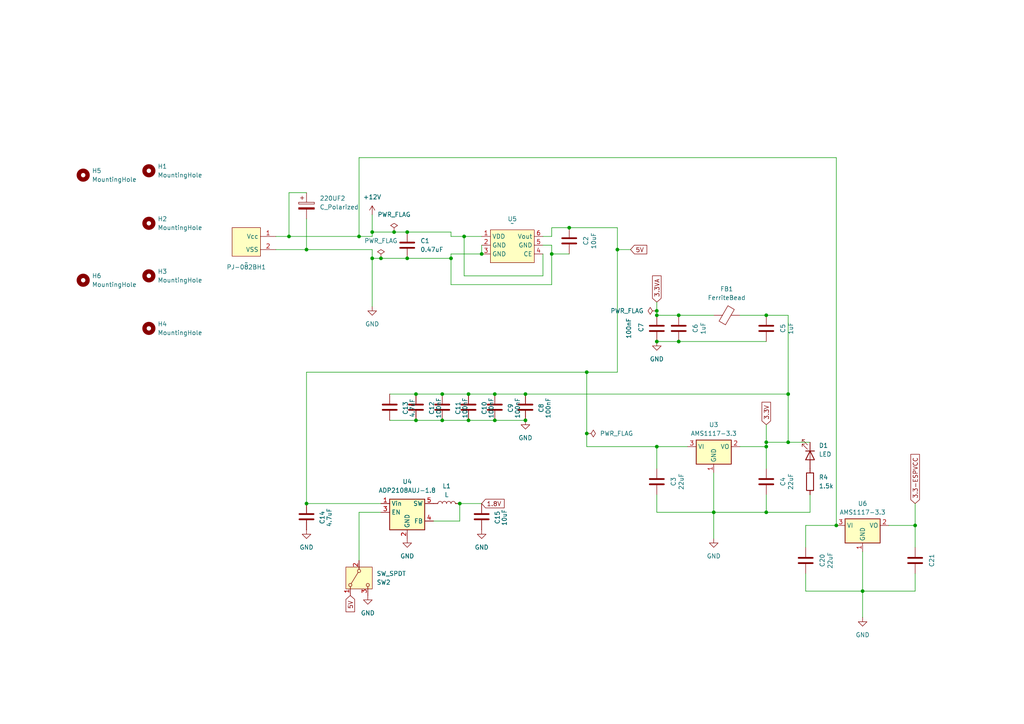
<source format=kicad_sch>
(kicad_sch
	(version 20231120)
	(generator "eeschema")
	(generator_version "8.0")
	(uuid "4b74c904-bea5-4f65-ae41-7bbe17c4f7dc")
	(paper "A4")
	(lib_symbols
		(symbol "Device:C"
			(pin_numbers hide)
			(pin_names
				(offset 0.254)
			)
			(exclude_from_sim no)
			(in_bom yes)
			(on_board yes)
			(property "Reference" "C"
				(at 0.635 2.54 0)
				(effects
					(font
						(size 1.27 1.27)
					)
					(justify left)
				)
			)
			(property "Value" "C"
				(at 0.635 -2.54 0)
				(effects
					(font
						(size 1.27 1.27)
					)
					(justify left)
				)
			)
			(property "Footprint" ""
				(at 0.9652 -3.81 0)
				(effects
					(font
						(size 1.27 1.27)
					)
					(hide yes)
				)
			)
			(property "Datasheet" "~"
				(at 0 0 0)
				(effects
					(font
						(size 1.27 1.27)
					)
					(hide yes)
				)
			)
			(property "Description" "Unpolarized capacitor"
				(at 0 0 0)
				(effects
					(font
						(size 1.27 1.27)
					)
					(hide yes)
				)
			)
			(property "ki_keywords" "cap capacitor"
				(at 0 0 0)
				(effects
					(font
						(size 1.27 1.27)
					)
					(hide yes)
				)
			)
			(property "ki_fp_filters" "C_*"
				(at 0 0 0)
				(effects
					(font
						(size 1.27 1.27)
					)
					(hide yes)
				)
			)
			(symbol "C_0_1"
				(polyline
					(pts
						(xy -2.032 -0.762) (xy 2.032 -0.762)
					)
					(stroke
						(width 0.508)
						(type default)
					)
					(fill
						(type none)
					)
				)
				(polyline
					(pts
						(xy -2.032 0.762) (xy 2.032 0.762)
					)
					(stroke
						(width 0.508)
						(type default)
					)
					(fill
						(type none)
					)
				)
			)
			(symbol "C_1_1"
				(pin passive line
					(at 0 3.81 270)
					(length 2.794)
					(name "~"
						(effects
							(font
								(size 1.27 1.27)
							)
						)
					)
					(number "1"
						(effects
							(font
								(size 1.27 1.27)
							)
						)
					)
				)
				(pin passive line
					(at 0 -3.81 90)
					(length 2.794)
					(name "~"
						(effects
							(font
								(size 1.27 1.27)
							)
						)
					)
					(number "2"
						(effects
							(font
								(size 1.27 1.27)
							)
						)
					)
				)
			)
		)
		(symbol "Device:C_Polarized"
			(pin_numbers hide)
			(pin_names
				(offset 0.254)
			)
			(exclude_from_sim no)
			(in_bom yes)
			(on_board yes)
			(property "Reference" "C"
				(at 0.635 2.54 0)
				(effects
					(font
						(size 1.27 1.27)
					)
					(justify left)
				)
			)
			(property "Value" "C_Polarized"
				(at 0.635 -2.54 0)
				(effects
					(font
						(size 1.27 1.27)
					)
					(justify left)
				)
			)
			(property "Footprint" ""
				(at 0.9652 -3.81 0)
				(effects
					(font
						(size 1.27 1.27)
					)
					(hide yes)
				)
			)
			(property "Datasheet" "~"
				(at 0 0 0)
				(effects
					(font
						(size 1.27 1.27)
					)
					(hide yes)
				)
			)
			(property "Description" "Polarized capacitor"
				(at 0 0 0)
				(effects
					(font
						(size 1.27 1.27)
					)
					(hide yes)
				)
			)
			(property "ki_keywords" "cap capacitor"
				(at 0 0 0)
				(effects
					(font
						(size 1.27 1.27)
					)
					(hide yes)
				)
			)
			(property "ki_fp_filters" "CP_*"
				(at 0 0 0)
				(effects
					(font
						(size 1.27 1.27)
					)
					(hide yes)
				)
			)
			(symbol "C_Polarized_0_1"
				(rectangle
					(start -2.286 0.508)
					(end 2.286 1.016)
					(stroke
						(width 0)
						(type default)
					)
					(fill
						(type none)
					)
				)
				(polyline
					(pts
						(xy -1.778 2.286) (xy -0.762 2.286)
					)
					(stroke
						(width 0)
						(type default)
					)
					(fill
						(type none)
					)
				)
				(polyline
					(pts
						(xy -1.27 2.794) (xy -1.27 1.778)
					)
					(stroke
						(width 0)
						(type default)
					)
					(fill
						(type none)
					)
				)
				(rectangle
					(start 2.286 -0.508)
					(end -2.286 -1.016)
					(stroke
						(width 0)
						(type default)
					)
					(fill
						(type outline)
					)
				)
			)
			(symbol "C_Polarized_1_1"
				(pin passive line
					(at 0 3.81 270)
					(length 2.794)
					(name "~"
						(effects
							(font
								(size 1.27 1.27)
							)
						)
					)
					(number "1"
						(effects
							(font
								(size 1.27 1.27)
							)
						)
					)
				)
				(pin passive line
					(at 0 -3.81 90)
					(length 2.794)
					(name "~"
						(effects
							(font
								(size 1.27 1.27)
							)
						)
					)
					(number "2"
						(effects
							(font
								(size 1.27 1.27)
							)
						)
					)
				)
			)
		)
		(symbol "Device:FerriteBead"
			(pin_numbers hide)
			(pin_names
				(offset 0)
			)
			(exclude_from_sim no)
			(in_bom yes)
			(on_board yes)
			(property "Reference" "FB"
				(at -3.81 0.635 90)
				(effects
					(font
						(size 1.27 1.27)
					)
				)
			)
			(property "Value" "FerriteBead"
				(at 3.81 0 90)
				(effects
					(font
						(size 1.27 1.27)
					)
				)
			)
			(property "Footprint" ""
				(at -1.778 0 90)
				(effects
					(font
						(size 1.27 1.27)
					)
					(hide yes)
				)
			)
			(property "Datasheet" "~"
				(at 0 0 0)
				(effects
					(font
						(size 1.27 1.27)
					)
					(hide yes)
				)
			)
			(property "Description" "Ferrite bead"
				(at 0 0 0)
				(effects
					(font
						(size 1.27 1.27)
					)
					(hide yes)
				)
			)
			(property "ki_keywords" "L ferrite bead inductor filter"
				(at 0 0 0)
				(effects
					(font
						(size 1.27 1.27)
					)
					(hide yes)
				)
			)
			(property "ki_fp_filters" "Inductor_* L_* *Ferrite*"
				(at 0 0 0)
				(effects
					(font
						(size 1.27 1.27)
					)
					(hide yes)
				)
			)
			(symbol "FerriteBead_0_1"
				(polyline
					(pts
						(xy 0 -1.27) (xy 0 -1.2192)
					)
					(stroke
						(width 0)
						(type default)
					)
					(fill
						(type none)
					)
				)
				(polyline
					(pts
						(xy 0 1.27) (xy 0 1.2954)
					)
					(stroke
						(width 0)
						(type default)
					)
					(fill
						(type none)
					)
				)
				(polyline
					(pts
						(xy -2.7686 0.4064) (xy -1.7018 2.2606) (xy 2.7686 -0.3048) (xy 1.6764 -2.159) (xy -2.7686 0.4064)
					)
					(stroke
						(width 0)
						(type default)
					)
					(fill
						(type none)
					)
				)
			)
			(symbol "FerriteBead_1_1"
				(pin passive line
					(at 0 3.81 270)
					(length 2.54)
					(name "~"
						(effects
							(font
								(size 1.27 1.27)
							)
						)
					)
					(number "1"
						(effects
							(font
								(size 1.27 1.27)
							)
						)
					)
				)
				(pin passive line
					(at 0 -3.81 90)
					(length 2.54)
					(name "~"
						(effects
							(font
								(size 1.27 1.27)
							)
						)
					)
					(number "2"
						(effects
							(font
								(size 1.27 1.27)
							)
						)
					)
				)
			)
		)
		(symbol "Device:L"
			(pin_numbers hide)
			(pin_names
				(offset 1.016) hide)
			(exclude_from_sim no)
			(in_bom yes)
			(on_board yes)
			(property "Reference" "L"
				(at -1.27 0 90)
				(effects
					(font
						(size 1.27 1.27)
					)
				)
			)
			(property "Value" "L"
				(at 1.905 0 90)
				(effects
					(font
						(size 1.27 1.27)
					)
				)
			)
			(property "Footprint" ""
				(at 0 0 0)
				(effects
					(font
						(size 1.27 1.27)
					)
					(hide yes)
				)
			)
			(property "Datasheet" "~"
				(at 0 0 0)
				(effects
					(font
						(size 1.27 1.27)
					)
					(hide yes)
				)
			)
			(property "Description" "Inductor"
				(at 0 0 0)
				(effects
					(font
						(size 1.27 1.27)
					)
					(hide yes)
				)
			)
			(property "ki_keywords" "inductor choke coil reactor magnetic"
				(at 0 0 0)
				(effects
					(font
						(size 1.27 1.27)
					)
					(hide yes)
				)
			)
			(property "ki_fp_filters" "Choke_* *Coil* Inductor_* L_*"
				(at 0 0 0)
				(effects
					(font
						(size 1.27 1.27)
					)
					(hide yes)
				)
			)
			(symbol "L_0_1"
				(arc
					(start 0 -2.54)
					(mid 0.6323 -1.905)
					(end 0 -1.27)
					(stroke
						(width 0)
						(type default)
					)
					(fill
						(type none)
					)
				)
				(arc
					(start 0 -1.27)
					(mid 0.6323 -0.635)
					(end 0 0)
					(stroke
						(width 0)
						(type default)
					)
					(fill
						(type none)
					)
				)
				(arc
					(start 0 0)
					(mid 0.6323 0.635)
					(end 0 1.27)
					(stroke
						(width 0)
						(type default)
					)
					(fill
						(type none)
					)
				)
				(arc
					(start 0 1.27)
					(mid 0.6323 1.905)
					(end 0 2.54)
					(stroke
						(width 0)
						(type default)
					)
					(fill
						(type none)
					)
				)
			)
			(symbol "L_1_1"
				(pin passive line
					(at 0 3.81 270)
					(length 1.27)
					(name "1"
						(effects
							(font
								(size 1.27 1.27)
							)
						)
					)
					(number "1"
						(effects
							(font
								(size 1.27 1.27)
							)
						)
					)
				)
				(pin passive line
					(at 0 -3.81 90)
					(length 1.27)
					(name "2"
						(effects
							(font
								(size 1.27 1.27)
							)
						)
					)
					(number "2"
						(effects
							(font
								(size 1.27 1.27)
							)
						)
					)
				)
			)
		)
		(symbol "Device:LED"
			(pin_numbers hide)
			(pin_names
				(offset 1.016) hide)
			(exclude_from_sim no)
			(in_bom yes)
			(on_board yes)
			(property "Reference" "D"
				(at 0 2.54 0)
				(effects
					(font
						(size 1.27 1.27)
					)
				)
			)
			(property "Value" "LED"
				(at 0 -2.54 0)
				(effects
					(font
						(size 1.27 1.27)
					)
				)
			)
			(property "Footprint" ""
				(at 0 0 0)
				(effects
					(font
						(size 1.27 1.27)
					)
					(hide yes)
				)
			)
			(property "Datasheet" "~"
				(at 0 0 0)
				(effects
					(font
						(size 1.27 1.27)
					)
					(hide yes)
				)
			)
			(property "Description" "Light emitting diode"
				(at 0 0 0)
				(effects
					(font
						(size 1.27 1.27)
					)
					(hide yes)
				)
			)
			(property "ki_keywords" "LED diode"
				(at 0 0 0)
				(effects
					(font
						(size 1.27 1.27)
					)
					(hide yes)
				)
			)
			(property "ki_fp_filters" "LED* LED_SMD:* LED_THT:*"
				(at 0 0 0)
				(effects
					(font
						(size 1.27 1.27)
					)
					(hide yes)
				)
			)
			(symbol "LED_0_1"
				(polyline
					(pts
						(xy -1.27 -1.27) (xy -1.27 1.27)
					)
					(stroke
						(width 0.254)
						(type default)
					)
					(fill
						(type none)
					)
				)
				(polyline
					(pts
						(xy -1.27 0) (xy 1.27 0)
					)
					(stroke
						(width 0)
						(type default)
					)
					(fill
						(type none)
					)
				)
				(polyline
					(pts
						(xy 1.27 -1.27) (xy 1.27 1.27) (xy -1.27 0) (xy 1.27 -1.27)
					)
					(stroke
						(width 0.254)
						(type default)
					)
					(fill
						(type none)
					)
				)
				(polyline
					(pts
						(xy -3.048 -0.762) (xy -4.572 -2.286) (xy -3.81 -2.286) (xy -4.572 -2.286) (xy -4.572 -1.524)
					)
					(stroke
						(width 0)
						(type default)
					)
					(fill
						(type none)
					)
				)
				(polyline
					(pts
						(xy -1.778 -0.762) (xy -3.302 -2.286) (xy -2.54 -2.286) (xy -3.302 -2.286) (xy -3.302 -1.524)
					)
					(stroke
						(width 0)
						(type default)
					)
					(fill
						(type none)
					)
				)
			)
			(symbol "LED_1_1"
				(pin passive line
					(at -3.81 0 0)
					(length 2.54)
					(name "K"
						(effects
							(font
								(size 1.27 1.27)
							)
						)
					)
					(number "1"
						(effects
							(font
								(size 1.27 1.27)
							)
						)
					)
				)
				(pin passive line
					(at 3.81 0 180)
					(length 2.54)
					(name "A"
						(effects
							(font
								(size 1.27 1.27)
							)
						)
					)
					(number "2"
						(effects
							(font
								(size 1.27 1.27)
							)
						)
					)
				)
			)
		)
		(symbol "Device:R"
			(pin_numbers hide)
			(pin_names
				(offset 0)
			)
			(exclude_from_sim no)
			(in_bom yes)
			(on_board yes)
			(property "Reference" "R"
				(at 2.032 0 90)
				(effects
					(font
						(size 1.27 1.27)
					)
				)
			)
			(property "Value" "R"
				(at 0 0 90)
				(effects
					(font
						(size 1.27 1.27)
					)
				)
			)
			(property "Footprint" ""
				(at -1.778 0 90)
				(effects
					(font
						(size 1.27 1.27)
					)
					(hide yes)
				)
			)
			(property "Datasheet" "~"
				(at 0 0 0)
				(effects
					(font
						(size 1.27 1.27)
					)
					(hide yes)
				)
			)
			(property "Description" "Resistor"
				(at 0 0 0)
				(effects
					(font
						(size 1.27 1.27)
					)
					(hide yes)
				)
			)
			(property "ki_keywords" "R res resistor"
				(at 0 0 0)
				(effects
					(font
						(size 1.27 1.27)
					)
					(hide yes)
				)
			)
			(property "ki_fp_filters" "R_*"
				(at 0 0 0)
				(effects
					(font
						(size 1.27 1.27)
					)
					(hide yes)
				)
			)
			(symbol "R_0_1"
				(rectangle
					(start -1.016 -2.54)
					(end 1.016 2.54)
					(stroke
						(width 0.254)
						(type default)
					)
					(fill
						(type none)
					)
				)
			)
			(symbol "R_1_1"
				(pin passive line
					(at 0 3.81 270)
					(length 1.27)
					(name "~"
						(effects
							(font
								(size 1.27 1.27)
							)
						)
					)
					(number "1"
						(effects
							(font
								(size 1.27 1.27)
							)
						)
					)
				)
				(pin passive line
					(at 0 -3.81 90)
					(length 1.27)
					(name "~"
						(effects
							(font
								(size 1.27 1.27)
							)
						)
					)
					(number "2"
						(effects
							(font
								(size 1.27 1.27)
							)
						)
					)
				)
			)
		)
		(symbol "Mechanical:MountingHole"
			(pin_names
				(offset 1.016)
			)
			(exclude_from_sim yes)
			(in_bom no)
			(on_board yes)
			(property "Reference" "H"
				(at 0 5.08 0)
				(effects
					(font
						(size 1.27 1.27)
					)
				)
			)
			(property "Value" "MountingHole"
				(at 0 3.175 0)
				(effects
					(font
						(size 1.27 1.27)
					)
				)
			)
			(property "Footprint" ""
				(at 0 0 0)
				(effects
					(font
						(size 1.27 1.27)
					)
					(hide yes)
				)
			)
			(property "Datasheet" "~"
				(at 0 0 0)
				(effects
					(font
						(size 1.27 1.27)
					)
					(hide yes)
				)
			)
			(property "Description" "Mounting Hole without connection"
				(at 0 0 0)
				(effects
					(font
						(size 1.27 1.27)
					)
					(hide yes)
				)
			)
			(property "ki_keywords" "mounting hole"
				(at 0 0 0)
				(effects
					(font
						(size 1.27 1.27)
					)
					(hide yes)
				)
			)
			(property "ki_fp_filters" "MountingHole*"
				(at 0 0 0)
				(effects
					(font
						(size 1.27 1.27)
					)
					(hide yes)
				)
			)
			(symbol "MountingHole_0_1"
				(circle
					(center 0 0)
					(radius 1.27)
					(stroke
						(width 1.27)
						(type default)
					)
					(fill
						(type none)
					)
				)
			)
		)
		(symbol "PJ-082BH:PJ-082BH"
			(exclude_from_sim no)
			(in_bom yes)
			(on_board yes)
			(property "Reference" "PJ-082BH"
				(at 0 5.08 0)
				(effects
					(font
						(size 1.27 1.27)
					)
				)
			)
			(property "Value" ""
				(at 0 0 0)
				(effects
					(font
						(size 1.27 1.27)
					)
				)
			)
			(property "Footprint" ""
				(at 0 0 0)
				(effects
					(font
						(size 1.27 1.27)
					)
					(hide yes)
				)
			)
			(property "Datasheet" ""
				(at 0 0 0)
				(effects
					(font
						(size 1.27 1.27)
					)
					(hide yes)
				)
			)
			(property "Description" ""
				(at 0 0 0)
				(effects
					(font
						(size 1.27 1.27)
					)
					(hide yes)
				)
			)
			(symbol "PJ-082BH_1_1"
				(rectangle
					(start -4.445 2.54)
					(end 3.81 -5.715)
					(stroke
						(width 0)
						(type default)
					)
					(fill
						(type background)
					)
				)
				(pin input line
					(at -8.89 0 0)
					(length 4.5)
					(name "Vcc"
						(effects
							(font
								(size 1.27 1.27)
							)
						)
					)
					(number "1"
						(effects
							(font
								(size 1.27 1.27)
							)
						)
					)
				)
				(pin passive line
					(at -8.89 -3.81 0)
					(length 4.5)
					(name "VSS"
						(effects
							(font
								(size 1.27 1.27)
							)
						)
					)
					(number "2"
						(effects
							(font
								(size 1.27 1.27)
							)
						)
					)
				)
			)
		)
		(symbol "R1501S050B-E2-FE:R1501S050B-E2-FE"
			(exclude_from_sim no)
			(in_bom yes)
			(on_board yes)
			(property "Reference" "U"
				(at -22.86 2.54 0)
				(effects
					(font
						(size 1.27 1.27)
					)
				)
			)
			(property "Value" ""
				(at -22.86 2.54 0)
				(effects
					(font
						(size 1.27 1.27)
					)
				)
			)
			(property "Footprint" ""
				(at -22.86 2.54 0)
				(effects
					(font
						(size 1.27 1.27)
					)
					(hide yes)
				)
			)
			(property "Datasheet" ""
				(at -22.86 2.54 0)
				(effects
					(font
						(size 1.27 1.27)
					)
					(hide yes)
				)
			)
			(property "Description" ""
				(at -22.86 2.54 0)
				(effects
					(font
						(size 1.27 1.27)
					)
					(hide yes)
				)
			)
			(symbol "R1501S050B-E2-FE_1_1"
				(rectangle
					(start -6.35 4.445)
					(end 6.35 -5.08)
					(stroke
						(width 0)
						(type default)
					)
					(fill
						(type background)
					)
				)
				(pin input line
					(at -8.89 2.54 0)
					(length 2.54)
					(name "VDD"
						(effects
							(font
								(size 1.27 1.27)
							)
						)
					)
					(number "1"
						(effects
							(font
								(size 1.27 1.27)
							)
						)
					)
				)
				(pin input line
					(at -8.89 0 0)
					(length 2.54)
					(name "GND"
						(effects
							(font
								(size 1.27 1.27)
							)
						)
					)
					(number "2"
						(effects
							(font
								(size 1.27 1.27)
							)
						)
					)
				)
				(pin input line
					(at -8.89 -2.54 0)
					(length 2.54)
					(name "GND"
						(effects
							(font
								(size 1.27 1.27)
							)
						)
					)
					(number "3"
						(effects
							(font
								(size 1.27 1.27)
							)
						)
					)
				)
				(pin input line
					(at 8.89 -2.54 180)
					(length 2.54)
					(name "CE"
						(effects
							(font
								(size 1.27 1.27)
							)
						)
					)
					(number "4"
						(effects
							(font
								(size 1.27 1.27)
							)
						)
					)
				)
				(pin input line
					(at 8.89 0 180)
					(length 2.54)
					(name "GND"
						(effects
							(font
								(size 1.27 1.27)
							)
						)
					)
					(number "5"
						(effects
							(font
								(size 1.27 1.27)
							)
						)
					)
				)
				(pin input line
					(at 8.89 2.54 180)
					(length 2.54)
					(name "Vout"
						(effects
							(font
								(size 1.27 1.27)
							)
						)
					)
					(number "6"
						(effects
							(font
								(size 1.27 1.27)
							)
						)
					)
				)
			)
		)
		(symbol "Regulator_Linear:AMS1117-3.3"
			(exclude_from_sim no)
			(in_bom yes)
			(on_board yes)
			(property "Reference" "U"
				(at -3.81 3.175 0)
				(effects
					(font
						(size 1.27 1.27)
					)
				)
			)
			(property "Value" "AMS1117-3.3"
				(at 0 3.175 0)
				(effects
					(font
						(size 1.27 1.27)
					)
					(justify left)
				)
			)
			(property "Footprint" "Package_TO_SOT_SMD:SOT-223-3_TabPin2"
				(at 0 5.08 0)
				(effects
					(font
						(size 1.27 1.27)
					)
					(hide yes)
				)
			)
			(property "Datasheet" "http://www.advanced-monolithic.com/pdf/ds1117.pdf"
				(at 2.54 -6.35 0)
				(effects
					(font
						(size 1.27 1.27)
					)
					(hide yes)
				)
			)
			(property "Description" "1A Low Dropout regulator, positive, 3.3V fixed output, SOT-223"
				(at 0 0 0)
				(effects
					(font
						(size 1.27 1.27)
					)
					(hide yes)
				)
			)
			(property "ki_keywords" "linear regulator ldo fixed positive"
				(at 0 0 0)
				(effects
					(font
						(size 1.27 1.27)
					)
					(hide yes)
				)
			)
			(property "ki_fp_filters" "SOT?223*TabPin2*"
				(at 0 0 0)
				(effects
					(font
						(size 1.27 1.27)
					)
					(hide yes)
				)
			)
			(symbol "AMS1117-3.3_0_1"
				(rectangle
					(start -5.08 -5.08)
					(end 5.08 1.905)
					(stroke
						(width 0.254)
						(type default)
					)
					(fill
						(type background)
					)
				)
			)
			(symbol "AMS1117-3.3_1_1"
				(pin power_in line
					(at 0 -7.62 90)
					(length 2.54)
					(name "GND"
						(effects
							(font
								(size 1.27 1.27)
							)
						)
					)
					(number "1"
						(effects
							(font
								(size 1.27 1.27)
							)
						)
					)
				)
				(pin power_out line
					(at 7.62 0 180)
					(length 2.54)
					(name "VO"
						(effects
							(font
								(size 1.27 1.27)
							)
						)
					)
					(number "2"
						(effects
							(font
								(size 1.27 1.27)
							)
						)
					)
				)
				(pin power_in line
					(at -7.62 0 0)
					(length 2.54)
					(name "VI"
						(effects
							(font
								(size 1.27 1.27)
							)
						)
					)
					(number "3"
						(effects
							(font
								(size 1.27 1.27)
							)
						)
					)
				)
			)
		)
		(symbol "Regulator_Switching:ADP2108AUJ-1.8"
			(exclude_from_sim no)
			(in_bom yes)
			(on_board yes)
			(property "Reference" "U"
				(at -5.08 5.08 0)
				(effects
					(font
						(size 1.27 1.27)
					)
					(justify left)
				)
			)
			(property "Value" "ADP2108AUJ-1.8"
				(at 0 5.08 0)
				(effects
					(font
						(size 1.27 1.27)
					)
					(justify left)
				)
			)
			(property "Footprint" "Package_TO_SOT_SMD:TSOT-23-5"
				(at 1.27 -6.35 0)
				(effects
					(font
						(size 1.27 1.27)
					)
					(justify left)
					(hide yes)
				)
			)
			(property "Datasheet" "https://www.analog.com/media/en/technical-documentation/data-sheets/ADP2108.pdf"
				(at -6.35 -8.89 0)
				(effects
					(font
						(size 1.27 1.27)
					)
					(hide yes)
				)
			)
			(property "Description" "3MHz switching bucK regulator, 600mA 1.8V output voltage,"
				(at 0 0 0)
				(effects
					(font
						(size 1.27 1.27)
					)
					(hide yes)
				)
			)
			(property "ki_keywords" "Voltage regulator switching buck fixed output analog"
				(at 0 0 0)
				(effects
					(font
						(size 1.27 1.27)
					)
					(hide yes)
				)
			)
			(property "ki_fp_filters" "TSOT?23*"
				(at 0 0 0)
				(effects
					(font
						(size 1.27 1.27)
					)
					(hide yes)
				)
			)
			(symbol "ADP2108AUJ-1.8_0_1"
				(rectangle
					(start -5.08 3.81)
					(end 5.08 -5.08)
					(stroke
						(width 0.254)
						(type default)
					)
					(fill
						(type background)
					)
				)
			)
			(symbol "ADP2108AUJ-1.8_1_1"
				(pin power_in line
					(at -7.62 2.54 0)
					(length 2.54)
					(name "Vin"
						(effects
							(font
								(size 1.27 1.27)
							)
						)
					)
					(number "1"
						(effects
							(font
								(size 1.27 1.27)
							)
						)
					)
				)
				(pin power_in line
					(at 0 -7.62 90)
					(length 2.54)
					(name "GND"
						(effects
							(font
								(size 1.27 1.27)
							)
						)
					)
					(number "2"
						(effects
							(font
								(size 1.27 1.27)
							)
						)
					)
				)
				(pin input line
					(at -7.62 0 0)
					(length 2.54)
					(name "EN"
						(effects
							(font
								(size 1.27 1.27)
							)
						)
					)
					(number "3"
						(effects
							(font
								(size 1.27 1.27)
							)
						)
					)
				)
				(pin input line
					(at 7.62 -2.54 180)
					(length 2.54)
					(name "FB"
						(effects
							(font
								(size 1.27 1.27)
							)
						)
					)
					(number "4"
						(effects
							(font
								(size 1.27 1.27)
							)
						)
					)
				)
				(pin input line
					(at 7.62 2.54 180)
					(length 2.54)
					(name "SW"
						(effects
							(font
								(size 1.27 1.27)
							)
						)
					)
					(number "5"
						(effects
							(font
								(size 1.27 1.27)
							)
						)
					)
				)
			)
		)
		(symbol "Switch:SW_SPDT"
			(pin_names
				(offset 0) hide)
			(exclude_from_sim no)
			(in_bom yes)
			(on_board yes)
			(property "Reference" "SW"
				(at 0 5.08 0)
				(effects
					(font
						(size 1.27 1.27)
					)
				)
			)
			(property "Value" "SW_SPDT"
				(at 0 -5.08 0)
				(effects
					(font
						(size 1.27 1.27)
					)
				)
			)
			(property "Footprint" ""
				(at 0 0 0)
				(effects
					(font
						(size 1.27 1.27)
					)
					(hide yes)
				)
			)
			(property "Datasheet" "~"
				(at 0 -7.62 0)
				(effects
					(font
						(size 1.27 1.27)
					)
					(hide yes)
				)
			)
			(property "Description" "Switch, single pole double throw"
				(at 0 0 0)
				(effects
					(font
						(size 1.27 1.27)
					)
					(hide yes)
				)
			)
			(property "ki_keywords" "switch single-pole double-throw spdt ON-ON"
				(at 0 0 0)
				(effects
					(font
						(size 1.27 1.27)
					)
					(hide yes)
				)
			)
			(symbol "SW_SPDT_0_1"
				(circle
					(center -2.032 0)
					(radius 0.4572)
					(stroke
						(width 0)
						(type default)
					)
					(fill
						(type none)
					)
				)
				(polyline
					(pts
						(xy -1.651 0.254) (xy 1.651 2.286)
					)
					(stroke
						(width 0)
						(type default)
					)
					(fill
						(type none)
					)
				)
				(circle
					(center 2.032 -2.54)
					(radius 0.4572)
					(stroke
						(width 0)
						(type default)
					)
					(fill
						(type none)
					)
				)
				(circle
					(center 2.032 2.54)
					(radius 0.4572)
					(stroke
						(width 0)
						(type default)
					)
					(fill
						(type none)
					)
				)
			)
			(symbol "SW_SPDT_1_1"
				(rectangle
					(start -3.175 3.81)
					(end 3.175 -3.81)
					(stroke
						(width 0)
						(type default)
					)
					(fill
						(type background)
					)
				)
				(pin passive line
					(at 5.08 2.54 180)
					(length 2.54)
					(name "A"
						(effects
							(font
								(size 1.27 1.27)
							)
						)
					)
					(number "1"
						(effects
							(font
								(size 1.27 1.27)
							)
						)
					)
				)
				(pin passive line
					(at -5.08 0 0)
					(length 2.54)
					(name "B"
						(effects
							(font
								(size 1.27 1.27)
							)
						)
					)
					(number "2"
						(effects
							(font
								(size 1.27 1.27)
							)
						)
					)
				)
				(pin passive line
					(at 5.08 -2.54 180)
					(length 2.54)
					(name "C"
						(effects
							(font
								(size 1.27 1.27)
							)
						)
					)
					(number "3"
						(effects
							(font
								(size 1.27 1.27)
							)
						)
					)
				)
			)
		)
		(symbol "power:+24V"
			(power)
			(pin_numbers hide)
			(pin_names
				(offset 0) hide)
			(exclude_from_sim no)
			(in_bom yes)
			(on_board yes)
			(property "Reference" "#PWR"
				(at 0 -3.81 0)
				(effects
					(font
						(size 1.27 1.27)
					)
					(hide yes)
				)
			)
			(property "Value" "+24V"
				(at 0 3.556 0)
				(effects
					(font
						(size 1.27 1.27)
					)
				)
			)
			(property "Footprint" ""
				(at 0 0 0)
				(effects
					(font
						(size 1.27 1.27)
					)
					(hide yes)
				)
			)
			(property "Datasheet" ""
				(at 0 0 0)
				(effects
					(font
						(size 1.27 1.27)
					)
					(hide yes)
				)
			)
			(property "Description" "Power symbol creates a global label with name \"+24V\""
				(at 0 0 0)
				(effects
					(font
						(size 1.27 1.27)
					)
					(hide yes)
				)
			)
			(property "ki_keywords" "global power"
				(at 0 0 0)
				(effects
					(font
						(size 1.27 1.27)
					)
					(hide yes)
				)
			)
			(symbol "+24V_0_1"
				(polyline
					(pts
						(xy -0.762 1.27) (xy 0 2.54)
					)
					(stroke
						(width 0)
						(type default)
					)
					(fill
						(type none)
					)
				)
				(polyline
					(pts
						(xy 0 0) (xy 0 2.54)
					)
					(stroke
						(width 0)
						(type default)
					)
					(fill
						(type none)
					)
				)
				(polyline
					(pts
						(xy 0 2.54) (xy 0.762 1.27)
					)
					(stroke
						(width 0)
						(type default)
					)
					(fill
						(type none)
					)
				)
			)
			(symbol "+24V_1_1"
				(pin power_in line
					(at 0 0 90)
					(length 0)
					(name "~"
						(effects
							(font
								(size 1.27 1.27)
							)
						)
					)
					(number "1"
						(effects
							(font
								(size 1.27 1.27)
							)
						)
					)
				)
			)
		)
		(symbol "power:GND"
			(power)
			(pin_numbers hide)
			(pin_names
				(offset 0) hide)
			(exclude_from_sim no)
			(in_bom yes)
			(on_board yes)
			(property "Reference" "#PWR"
				(at 0 -6.35 0)
				(effects
					(font
						(size 1.27 1.27)
					)
					(hide yes)
				)
			)
			(property "Value" "GND"
				(at 0 -3.81 0)
				(effects
					(font
						(size 1.27 1.27)
					)
				)
			)
			(property "Footprint" ""
				(at 0 0 0)
				(effects
					(font
						(size 1.27 1.27)
					)
					(hide yes)
				)
			)
			(property "Datasheet" ""
				(at 0 0 0)
				(effects
					(font
						(size 1.27 1.27)
					)
					(hide yes)
				)
			)
			(property "Description" "Power symbol creates a global label with name \"GND\" , ground"
				(at 0 0 0)
				(effects
					(font
						(size 1.27 1.27)
					)
					(hide yes)
				)
			)
			(property "ki_keywords" "global power"
				(at 0 0 0)
				(effects
					(font
						(size 1.27 1.27)
					)
					(hide yes)
				)
			)
			(symbol "GND_0_1"
				(polyline
					(pts
						(xy 0 0) (xy 0 -1.27) (xy 1.27 -1.27) (xy 0 -2.54) (xy -1.27 -1.27) (xy 0 -1.27)
					)
					(stroke
						(width 0)
						(type default)
					)
					(fill
						(type none)
					)
				)
			)
			(symbol "GND_1_1"
				(pin power_in line
					(at 0 0 270)
					(length 0)
					(name "~"
						(effects
							(font
								(size 1.27 1.27)
							)
						)
					)
					(number "1"
						(effects
							(font
								(size 1.27 1.27)
							)
						)
					)
				)
			)
		)
		(symbol "power:PWR_FLAG"
			(power)
			(pin_numbers hide)
			(pin_names
				(offset 0) hide)
			(exclude_from_sim no)
			(in_bom yes)
			(on_board yes)
			(property "Reference" "#FLG"
				(at 0 1.905 0)
				(effects
					(font
						(size 1.27 1.27)
					)
					(hide yes)
				)
			)
			(property "Value" "PWR_FLAG"
				(at 0 3.81 0)
				(effects
					(font
						(size 1.27 1.27)
					)
				)
			)
			(property "Footprint" ""
				(at 0 0 0)
				(effects
					(font
						(size 1.27 1.27)
					)
					(hide yes)
				)
			)
			(property "Datasheet" "~"
				(at 0 0 0)
				(effects
					(font
						(size 1.27 1.27)
					)
					(hide yes)
				)
			)
			(property "Description" "Special symbol for telling ERC where power comes from"
				(at 0 0 0)
				(effects
					(font
						(size 1.27 1.27)
					)
					(hide yes)
				)
			)
			(property "ki_keywords" "flag power"
				(at 0 0 0)
				(effects
					(font
						(size 1.27 1.27)
					)
					(hide yes)
				)
			)
			(symbol "PWR_FLAG_0_0"
				(pin power_out line
					(at 0 0 90)
					(length 0)
					(name "~"
						(effects
							(font
								(size 1.27 1.27)
							)
						)
					)
					(number "1"
						(effects
							(font
								(size 1.27 1.27)
							)
						)
					)
				)
			)
			(symbol "PWR_FLAG_0_1"
				(polyline
					(pts
						(xy 0 0) (xy 0 1.27) (xy -1.016 1.905) (xy 0 2.54) (xy 1.016 1.905) (xy 0 1.27)
					)
					(stroke
						(width 0)
						(type default)
					)
					(fill
						(type none)
					)
				)
			)
		)
	)
	(junction
		(at 143.51 114.3)
		(diameter 0)
		(color 0 0 0 0)
		(uuid "0226fc34-4fa0-432a-baca-a21f1a1617f0")
	)
	(junction
		(at 114.3 67.31)
		(diameter 0)
		(color 0 0 0 0)
		(uuid "05b1b2e6-1b74-4ed4-adc5-a6ff62cdfeab")
	)
	(junction
		(at 196.85 91.44)
		(diameter 0)
		(color 0 0 0 0)
		(uuid "0f5fb783-cac5-45cc-9247-06063d44c379")
	)
	(junction
		(at 88.9 146.05)
		(diameter 0)
		(color 0 0 0 0)
		(uuid "17f81a59-c132-4fa9-82af-1e63ef55e72f")
	)
	(junction
		(at 222.25 148.59)
		(diameter 0)
		(color 0 0 0 0)
		(uuid "1c1e5b11-54a8-4c58-a27f-0a0180f235b7")
	)
	(junction
		(at 107.95 67.31)
		(diameter 0)
		(color 0 0 0 0)
		(uuid "1e21056a-26fd-493e-aad3-fcf0c473f4a5")
	)
	(junction
		(at 110.49 74.93)
		(diameter 0)
		(color 0 0 0 0)
		(uuid "1f932ce4-ab98-4c14-a34e-6451d7ef6532")
	)
	(junction
		(at 135.89 121.92)
		(diameter 0)
		(color 0 0 0 0)
		(uuid "20c76258-5c84-407e-866d-50b77797e019")
	)
	(junction
		(at 222.25 91.44)
		(diameter 0)
		(color 0 0 0 0)
		(uuid "2359b37c-3129-4095-be14-8bd6bd12c128")
	)
	(junction
		(at 88.9 72.39)
		(diameter 0)
		(color 0 0 0 0)
		(uuid "295313cf-6494-4799-936c-2fa9c16c1e7a")
	)
	(junction
		(at 250.19 171.45)
		(diameter 0)
		(color 0 0 0 0)
		(uuid "304bbe02-22c4-4818-ab99-c1b573bbc6c8")
	)
	(junction
		(at 130.81 74.93)
		(diameter 0)
		(color 0 0 0 0)
		(uuid "3449c286-3500-434f-a372-24cb10229172")
	)
	(junction
		(at 190.5 99.06)
		(diameter 0)
		(color 0 0 0 0)
		(uuid "3ff833f0-f94b-49da-8937-564b37c14e54")
	)
	(junction
		(at 128.27 121.92)
		(diameter 0)
		(color 0 0 0 0)
		(uuid "4620823b-e196-45e4-9df0-6f7722f693ee")
	)
	(junction
		(at 190.5 129.54)
		(diameter 0)
		(color 0 0 0 0)
		(uuid "4e6ed077-f902-4b40-808f-c34bc23f7d7f")
	)
	(junction
		(at 170.18 107.95)
		(diameter 0)
		(color 0 0 0 0)
		(uuid "4f0e07ed-a403-496f-a36e-20beb0491ef4")
	)
	(junction
		(at 120.65 114.3)
		(diameter 0)
		(color 0 0 0 0)
		(uuid "53001816-31e6-4ab6-b4ca-29ce51cc66a1")
	)
	(junction
		(at 104.14 68.58)
		(diameter 0)
		(color 0 0 0 0)
		(uuid "5d2c9ef2-a226-40a6-9ec1-371fd5a06706")
	)
	(junction
		(at 135.89 114.3)
		(diameter 0)
		(color 0 0 0 0)
		(uuid "7e28cead-a4e4-4e78-bffc-b916caa362bc")
	)
	(junction
		(at 228.6 114.3)
		(diameter 0)
		(color 0 0 0 0)
		(uuid "7e96a895-61b4-49e5-8f81-ebe54db2e908")
	)
	(junction
		(at 133.35 146.05)
		(diameter 0)
		(color 0 0 0 0)
		(uuid "8384f40d-4784-4c9d-bd48-717d9d7fdf92")
	)
	(junction
		(at 83.82 68.58)
		(diameter 0)
		(color 0 0 0 0)
		(uuid "855f344b-dce0-457f-a5d6-b2a322129c29")
	)
	(junction
		(at 196.85 99.06)
		(diameter 0)
		(color 0 0 0 0)
		(uuid "8cc353fa-ad73-4873-9255-d662a64db9a7")
	)
	(junction
		(at 118.11 74.93)
		(diameter 0)
		(color 0 0 0 0)
		(uuid "9390c3cf-34b1-4e70-bb78-6a97c304ca7e")
	)
	(junction
		(at 228.6 128.27)
		(diameter 0)
		(color 0 0 0 0)
		(uuid "954bba0e-81f9-43d7-8353-2c434b951b82")
	)
	(junction
		(at 139.7 73.66)
		(diameter 0)
		(color 0 0 0 0)
		(uuid "9b0edeb5-ecc2-42a6-a5a8-b2995754ed3f")
	)
	(junction
		(at 120.65 121.92)
		(diameter 0)
		(color 0 0 0 0)
		(uuid "9f7ff00c-ef73-44e0-b6fc-c7cc91080d6e")
	)
	(junction
		(at 165.1 66.04)
		(diameter 0)
		(color 0 0 0 0)
		(uuid "a7381689-53b9-46ff-b172-4766f8e634cd")
	)
	(junction
		(at 179.07 72.39)
		(diameter 0)
		(color 0 0 0 0)
		(uuid "b0626e9f-0256-4a88-b8f0-4d818f5b1081")
	)
	(junction
		(at 152.4 121.92)
		(diameter 0)
		(color 0 0 0 0)
		(uuid "b5506107-3892-4f7b-952e-01bb0aa79d2d")
	)
	(junction
		(at 107.95 74.93)
		(diameter 0)
		(color 0 0 0 0)
		(uuid "b6f0b72b-2fa4-4b87-bd28-c2e26b088a80")
	)
	(junction
		(at 190.5 91.44)
		(diameter 0)
		(color 0 0 0 0)
		(uuid "bd4b72b4-8038-4701-9751-329eded10968")
	)
	(junction
		(at 190.5 90.17)
		(diameter 0)
		(color 0 0 0 0)
		(uuid "d5136206-b818-4497-8c09-02a0ec8c8466")
	)
	(junction
		(at 160.02 73.66)
		(diameter 0)
		(color 0 0 0 0)
		(uuid "dd6946ae-6938-4cb3-b865-3fa1702eedfa")
	)
	(junction
		(at 265.43 152.4)
		(diameter 0)
		(color 0 0 0 0)
		(uuid "ddafd9f2-411f-4f58-8042-7b44101751e0")
	)
	(junction
		(at 134.62 68.58)
		(diameter 0)
		(color 0 0 0 0)
		(uuid "ded82044-31df-43dd-9e41-926dd84443b5")
	)
	(junction
		(at 143.51 121.92)
		(diameter 0)
		(color 0 0 0 0)
		(uuid "e31d53d0-73c7-4eca-9862-e2e5eac2285e")
	)
	(junction
		(at 128.27 114.3)
		(diameter 0)
		(color 0 0 0 0)
		(uuid "e67393a5-aa87-4f82-8e7c-5bb313453444")
	)
	(junction
		(at 170.18 125.73)
		(diameter 0)
		(color 0 0 0 0)
		(uuid "eb3814f7-0c80-42b0-a607-ec4455f6d414")
	)
	(junction
		(at 207.01 148.59)
		(diameter 0)
		(color 0 0 0 0)
		(uuid "f6262ddc-11de-40a9-8a41-0c1962420095")
	)
	(junction
		(at 222.25 129.54)
		(diameter 0)
		(color 0 0 0 0)
		(uuid "f7f0d879-65c1-4827-be70-6f14c28bb77c")
	)
	(junction
		(at 118.11 67.31)
		(diameter 0)
		(color 0 0 0 0)
		(uuid "f8011f4d-47b0-4aee-b1c8-3f2d1a0d653f")
	)
	(junction
		(at 152.4 114.3)
		(diameter 0)
		(color 0 0 0 0)
		(uuid "f9af9204-9e15-4a9d-8379-9842240e4439")
	)
	(junction
		(at 222.25 128.27)
		(diameter 0)
		(color 0 0 0 0)
		(uuid "fa38d21a-1d65-409b-9ab5-6783ec2bebe7")
	)
	(junction
		(at 242.57 152.4)
		(diameter 0)
		(color 0 0 0 0)
		(uuid "ff60dcfb-df38-47d0-8272-0597a3b7e0ea")
	)
	(wire
		(pts
			(xy 160.02 82.55) (xy 130.81 82.55)
		)
		(stroke
			(width 0)
			(type default)
		)
		(uuid "006d11de-8b2c-4f23-b6e2-371e96405ec4")
	)
	(wire
		(pts
			(xy 139.7 73.66) (xy 130.81 73.66)
		)
		(stroke
			(width 0)
			(type default)
		)
		(uuid "006f1ffb-663a-4f09-82f7-fd3dac1cd08e")
	)
	(wire
		(pts
			(xy 133.35 146.05) (xy 139.7 146.05)
		)
		(stroke
			(width 0)
			(type default)
		)
		(uuid "01d7e7e5-d68c-4a70-ae39-d36e21c6b4b5")
	)
	(wire
		(pts
			(xy 160.02 73.66) (xy 165.1 73.66)
		)
		(stroke
			(width 0)
			(type default)
		)
		(uuid "027f4d25-71b2-4927-af69-c220966d52d5")
	)
	(wire
		(pts
			(xy 128.27 121.92) (xy 135.89 121.92)
		)
		(stroke
			(width 0)
			(type default)
		)
		(uuid "0387149d-0a4f-46a0-a408-7aae71e124dc")
	)
	(wire
		(pts
			(xy 160.02 66.04) (xy 165.1 66.04)
		)
		(stroke
			(width 0)
			(type default)
		)
		(uuid "0bc86804-0fa1-48bd-8658-1e930543ee61")
	)
	(wire
		(pts
			(xy 250.19 179.07) (xy 250.19 171.45)
		)
		(stroke
			(width 0)
			(type default)
		)
		(uuid "0ec30e7c-dccd-40b7-8983-31940ac7baea")
	)
	(wire
		(pts
			(xy 190.5 87.63) (xy 190.5 90.17)
		)
		(stroke
			(width 0)
			(type default)
		)
		(uuid "10dae272-1503-48a2-a92a-e419fc415f49")
	)
	(wire
		(pts
			(xy 152.4 114.3) (xy 228.6 114.3)
		)
		(stroke
			(width 0)
			(type default)
		)
		(uuid "15047c19-d687-4d8e-bdcb-c0f3315da188")
	)
	(wire
		(pts
			(xy 170.18 107.95) (xy 170.18 125.73)
		)
		(stroke
			(width 0)
			(type default)
		)
		(uuid "154dc598-92d2-48f9-affa-e6887d107011")
	)
	(wire
		(pts
			(xy 104.14 45.72) (xy 104.14 68.58)
		)
		(stroke
			(width 0)
			(type default)
		)
		(uuid "15ac9964-e867-406d-a9c2-82ed623b4faa")
	)
	(wire
		(pts
			(xy 228.6 114.3) (xy 228.6 128.27)
		)
		(stroke
			(width 0)
			(type default)
		)
		(uuid "176f4d94-1ef5-4975-b6b4-9187020642d8")
	)
	(wire
		(pts
			(xy 133.35 151.13) (xy 133.35 146.05)
		)
		(stroke
			(width 0)
			(type default)
		)
		(uuid "18b4178a-b0e5-4a44-a482-d60a5090f270")
	)
	(wire
		(pts
			(xy 190.5 91.44) (xy 196.85 91.44)
		)
		(stroke
			(width 0)
			(type default)
		)
		(uuid "1bf79ef2-d75c-4e3d-abf2-f9f8388114d0")
	)
	(wire
		(pts
			(xy 157.48 73.66) (xy 157.48 80.01)
		)
		(stroke
			(width 0)
			(type default)
		)
		(uuid "1d1829d2-d7d5-4d80-b2cc-20bbf927a496")
	)
	(wire
		(pts
			(xy 222.25 135.89) (xy 222.25 129.54)
		)
		(stroke
			(width 0)
			(type default)
		)
		(uuid "1d1f8b60-e427-4d87-8903-48ca03e0a0fe")
	)
	(wire
		(pts
			(xy 107.95 68.58) (xy 107.95 67.31)
		)
		(stroke
			(width 0)
			(type default)
		)
		(uuid "1dea74af-60a6-481a-9d6a-ad4fe7fea14d")
	)
	(wire
		(pts
			(xy 104.14 68.58) (xy 107.95 68.58)
		)
		(stroke
			(width 0)
			(type default)
		)
		(uuid "1fd41ec0-3a52-4624-8439-a578d74323a2")
	)
	(wire
		(pts
			(xy 120.65 121.92) (xy 128.27 121.92)
		)
		(stroke
			(width 0)
			(type default)
		)
		(uuid "2217373d-0f8b-4154-8e41-006a611500c5")
	)
	(wire
		(pts
			(xy 250.19 171.45) (xy 250.19 160.02)
		)
		(stroke
			(width 0)
			(type default)
		)
		(uuid "25ca5b12-7537-4692-84ac-3bc75fb6befa")
	)
	(wire
		(pts
			(xy 190.5 90.17) (xy 190.5 91.44)
		)
		(stroke
			(width 0)
			(type default)
		)
		(uuid "27f8f636-2c31-4a69-9946-4e1eef5b948d")
	)
	(wire
		(pts
			(xy 214.63 129.54) (xy 222.25 129.54)
		)
		(stroke
			(width 0)
			(type default)
		)
		(uuid "28e67171-9c73-4b74-9492-252d7f8738b0")
	)
	(wire
		(pts
			(xy 222.25 128.27) (xy 222.25 129.54)
		)
		(stroke
			(width 0)
			(type default)
		)
		(uuid "2fd6a271-d021-48d7-a1f2-04a03b1bb4d7")
	)
	(wire
		(pts
			(xy 242.57 152.4) (xy 242.57 45.72)
		)
		(stroke
			(width 0)
			(type default)
		)
		(uuid "34197957-ad94-47e0-ab38-ceecddac4be8")
	)
	(wire
		(pts
			(xy 234.95 143.51) (xy 234.95 148.59)
		)
		(stroke
			(width 0)
			(type default)
		)
		(uuid "371c7bb6-a920-4994-be24-d64edc7e2ab8")
	)
	(wire
		(pts
			(xy 80.01 68.58) (xy 83.82 68.58)
		)
		(stroke
			(width 0)
			(type default)
		)
		(uuid "3a55ef8d-1cb5-4fcf-aec5-4a4614085078")
	)
	(wire
		(pts
			(xy 130.81 82.55) (xy 130.81 74.93)
		)
		(stroke
			(width 0)
			(type default)
		)
		(uuid "3dc661d5-18c0-47e9-9da0-db3eb59a983d")
	)
	(wire
		(pts
			(xy 157.48 80.01) (xy 134.62 80.01)
		)
		(stroke
			(width 0)
			(type default)
		)
		(uuid "3eeecffc-d86e-4ba5-b5d8-e62ffc695173")
	)
	(wire
		(pts
			(xy 160.02 71.12) (xy 160.02 73.66)
		)
		(stroke
			(width 0)
			(type default)
		)
		(uuid "3f0055ed-5f81-4ab3-b5df-5715bda994df")
	)
	(wire
		(pts
			(xy 88.9 107.95) (xy 88.9 146.05)
		)
		(stroke
			(width 0)
			(type default)
		)
		(uuid "3fef802a-9590-4e54-b4c1-21701cd271b7")
	)
	(wire
		(pts
			(xy 114.3 67.31) (xy 118.11 67.31)
		)
		(stroke
			(width 0)
			(type default)
		)
		(uuid "45e9fd9a-3afe-4420-a650-34a81c89ae42")
	)
	(wire
		(pts
			(xy 128.27 114.3) (xy 135.89 114.3)
		)
		(stroke
			(width 0)
			(type default)
		)
		(uuid "476e077e-9862-4bd0-bf8a-c6087f98d84a")
	)
	(wire
		(pts
			(xy 233.68 166.37) (xy 233.68 171.45)
		)
		(stroke
			(width 0)
			(type default)
		)
		(uuid "478a0a19-3ae4-4a4a-baa4-c821262c860a")
	)
	(wire
		(pts
			(xy 196.85 99.06) (xy 222.25 99.06)
		)
		(stroke
			(width 0)
			(type default)
		)
		(uuid "480f2b9a-fa5a-41aa-9971-6b70bd244022")
	)
	(wire
		(pts
			(xy 125.73 151.13) (xy 133.35 151.13)
		)
		(stroke
			(width 0)
			(type default)
		)
		(uuid "4c73920c-0c7b-4e75-94fc-d967a48dfa1d")
	)
	(wire
		(pts
			(xy 107.95 74.93) (xy 107.95 72.39)
		)
		(stroke
			(width 0)
			(type default)
		)
		(uuid "4cffaac0-13ac-4c63-8c6e-04ef7efdb559")
	)
	(wire
		(pts
			(xy 143.51 121.92) (xy 152.4 121.92)
		)
		(stroke
			(width 0)
			(type default)
		)
		(uuid "4d210857-a4c6-4c70-8233-bc176ae65f0b")
	)
	(wire
		(pts
			(xy 233.68 171.45) (xy 250.19 171.45)
		)
		(stroke
			(width 0)
			(type default)
		)
		(uuid "52926392-620c-4021-ab22-9ed669996148")
	)
	(wire
		(pts
			(xy 170.18 125.73) (xy 170.18 129.54)
		)
		(stroke
			(width 0)
			(type default)
		)
		(uuid "5e4ff3d3-ce6b-4db0-972f-d375670b0046")
	)
	(wire
		(pts
			(xy 143.51 114.3) (xy 152.4 114.3)
		)
		(stroke
			(width 0)
			(type default)
		)
		(uuid "65a36a6e-519a-47b9-bc17-88847871e119")
	)
	(wire
		(pts
			(xy 107.95 67.31) (xy 114.3 67.31)
		)
		(stroke
			(width 0)
			(type default)
		)
		(uuid "687aeafe-f572-4ac0-987a-7ac199438652")
	)
	(wire
		(pts
			(xy 190.5 129.54) (xy 199.39 129.54)
		)
		(stroke
			(width 0)
			(type default)
		)
		(uuid "6cb31443-80c8-4d62-bce6-acaaa9f4decd")
	)
	(wire
		(pts
			(xy 83.82 55.88) (xy 83.82 68.58)
		)
		(stroke
			(width 0)
			(type default)
		)
		(uuid "74e68985-15ce-456a-9d79-4c19ab9d12e2")
	)
	(wire
		(pts
			(xy 130.81 74.93) (xy 118.11 74.93)
		)
		(stroke
			(width 0)
			(type default)
		)
		(uuid "76857e18-aabc-42b4-8033-89a600782b4e")
	)
	(wire
		(pts
			(xy 242.57 45.72) (xy 104.14 45.72)
		)
		(stroke
			(width 0)
			(type default)
		)
		(uuid "77250416-82ee-495a-a637-6052b766c206")
	)
	(wire
		(pts
			(xy 179.07 72.39) (xy 179.07 107.95)
		)
		(stroke
			(width 0)
			(type default)
		)
		(uuid "77a0d27f-c541-4fda-90e4-ec146c3d6860")
	)
	(wire
		(pts
			(xy 190.5 99.06) (xy 196.85 99.06)
		)
		(stroke
			(width 0)
			(type default)
		)
		(uuid "77f883a5-f70b-4977-aa03-9a7363ac0f39")
	)
	(wire
		(pts
			(xy 157.48 71.12) (xy 160.02 71.12)
		)
		(stroke
			(width 0)
			(type default)
		)
		(uuid "77fd81be-c289-43d1-8d08-84e662aa92de")
	)
	(wire
		(pts
			(xy 107.95 74.93) (xy 110.49 74.93)
		)
		(stroke
			(width 0)
			(type default)
		)
		(uuid "7d50f854-251e-49ff-b325-8dd67f3ee616")
	)
	(wire
		(pts
			(xy 113.03 114.3) (xy 120.65 114.3)
		)
		(stroke
			(width 0)
			(type default)
		)
		(uuid "82193d90-3e09-431f-b956-7456e1fa83c0")
	)
	(wire
		(pts
			(xy 107.95 74.93) (xy 107.95 88.9)
		)
		(stroke
			(width 0)
			(type default)
		)
		(uuid "825364be-73ae-4a42-b6ab-867e91ceaf11")
	)
	(wire
		(pts
			(xy 88.9 107.95) (xy 170.18 107.95)
		)
		(stroke
			(width 0)
			(type default)
		)
		(uuid "83204a23-6e74-4c45-b293-b7f701c9c0c1")
	)
	(wire
		(pts
			(xy 170.18 129.54) (xy 190.5 129.54)
		)
		(stroke
			(width 0)
			(type default)
		)
		(uuid "833e4a61-4acd-4aee-b656-1d4a5c277ceb")
	)
	(wire
		(pts
			(xy 234.95 148.59) (xy 222.25 148.59)
		)
		(stroke
			(width 0)
			(type default)
		)
		(uuid "834a0394-d3d5-4e14-a653-a535d3e2300f")
	)
	(wire
		(pts
			(xy 83.82 68.58) (xy 104.14 68.58)
		)
		(stroke
			(width 0)
			(type default)
		)
		(uuid "854bffcd-71be-492e-8d00-9bcc0cbb13aa")
	)
	(wire
		(pts
			(xy 190.5 143.51) (xy 190.5 148.59)
		)
		(stroke
			(width 0)
			(type default)
		)
		(uuid "890bb6fb-f112-449f-aee3-bd5cb4b6bcee")
	)
	(wire
		(pts
			(xy 113.03 121.92) (xy 120.65 121.92)
		)
		(stroke
			(width 0)
			(type default)
		)
		(uuid "90eae999-3cfa-43ac-9c0c-4ddfd5ce9b03")
	)
	(wire
		(pts
			(xy 104.14 148.59) (xy 104.14 162.56)
		)
		(stroke
			(width 0)
			(type default)
		)
		(uuid "9509786e-41e2-4f3d-8ab6-28520a4a80c4")
	)
	(wire
		(pts
			(xy 234.95 128.27) (xy 228.6 128.27)
		)
		(stroke
			(width 0)
			(type default)
		)
		(uuid "9678bfb6-34ac-493a-83ab-2a4a4c7fc03a")
	)
	(wire
		(pts
			(xy 107.95 62.23) (xy 107.95 67.31)
		)
		(stroke
			(width 0)
			(type default)
		)
		(uuid "96fef92e-ceb4-4890-af88-76be15cf5566")
	)
	(wire
		(pts
			(xy 222.25 143.51) (xy 222.25 148.59)
		)
		(stroke
			(width 0)
			(type default)
		)
		(uuid "99593a57-909a-4c84-ab81-cccabc47e87b")
	)
	(wire
		(pts
			(xy 88.9 55.88) (xy 83.82 55.88)
		)
		(stroke
			(width 0)
			(type default)
		)
		(uuid "9b9523a0-5293-4b34-9a6f-867cf4397930")
	)
	(wire
		(pts
			(xy 135.89 121.92) (xy 143.51 121.92)
		)
		(stroke
			(width 0)
			(type default)
		)
		(uuid "9b9a0907-c011-476b-9f67-6f12798e5694")
	)
	(wire
		(pts
			(xy 110.49 148.59) (xy 104.14 148.59)
		)
		(stroke
			(width 0)
			(type default)
		)
		(uuid "9f843e3a-3ec0-481f-bbbb-c71d9c41c6b1")
	)
	(wire
		(pts
			(xy 157.48 68.58) (xy 160.02 68.58)
		)
		(stroke
			(width 0)
			(type default)
		)
		(uuid "a0c290df-db9d-45fc-a512-1357280f35a6")
	)
	(wire
		(pts
			(xy 130.81 68.58) (xy 134.62 68.58)
		)
		(stroke
			(width 0)
			(type default)
		)
		(uuid "a2c98648-76db-45b9-8b00-ad9e03e477eb")
	)
	(wire
		(pts
			(xy 179.07 66.04) (xy 165.1 66.04)
		)
		(stroke
			(width 0)
			(type default)
		)
		(uuid "a53a3b20-4ad3-4f46-a472-fcc4f0fd723d")
	)
	(wire
		(pts
			(xy 222.25 148.59) (xy 207.01 148.59)
		)
		(stroke
			(width 0)
			(type default)
		)
		(uuid "a584d989-63c0-41fb-a809-c70e996304cb")
	)
	(wire
		(pts
			(xy 233.68 152.4) (xy 233.68 158.75)
		)
		(stroke
			(width 0)
			(type default)
		)
		(uuid "a93f5085-5f41-49a5-bdaa-c97e3e254d01")
	)
	(wire
		(pts
			(xy 207.01 148.59) (xy 207.01 137.16)
		)
		(stroke
			(width 0)
			(type default)
		)
		(uuid "ab306d32-30bb-4228-bcb1-a0717931dbd0")
	)
	(wire
		(pts
			(xy 134.62 68.58) (xy 139.7 68.58)
		)
		(stroke
			(width 0)
			(type default)
		)
		(uuid "ab8cd3c4-efcc-4f0b-a867-b54e98c87fb6")
	)
	(wire
		(pts
			(xy 182.88 72.39) (xy 179.07 72.39)
		)
		(stroke
			(width 0)
			(type default)
		)
		(uuid "aba6c523-d6cc-4d15-bac3-8e0aa32d499d")
	)
	(wire
		(pts
			(xy 130.81 67.31) (xy 118.11 67.31)
		)
		(stroke
			(width 0)
			(type default)
		)
		(uuid "af4d3dda-fc9d-4763-83f6-2d03508f069b")
	)
	(wire
		(pts
			(xy 135.89 114.3) (xy 143.51 114.3)
		)
		(stroke
			(width 0)
			(type default)
		)
		(uuid "b0f120c0-8cf6-40ab-be2e-930c443e0cd4")
	)
	(wire
		(pts
			(xy 139.7 71.12) (xy 139.7 73.66)
		)
		(stroke
			(width 0)
			(type default)
		)
		(uuid "b2449668-eb07-49a3-bbc5-97aa65c0c0f3")
	)
	(wire
		(pts
			(xy 130.81 73.66) (xy 130.81 74.93)
		)
		(stroke
			(width 0)
			(type default)
		)
		(uuid "b3072f6e-4812-41a2-8171-9ef70f4d6b07")
	)
	(wire
		(pts
			(xy 88.9 63.5) (xy 88.9 72.39)
		)
		(stroke
			(width 0)
			(type default)
		)
		(uuid "b61b4df5-fa15-4edd-93f5-9becd4df279d")
	)
	(wire
		(pts
			(xy 233.68 152.4) (xy 242.57 152.4)
		)
		(stroke
			(width 0)
			(type default)
		)
		(uuid "b74c8e0d-5e9d-4bf8-b841-b88b29b969df")
	)
	(wire
		(pts
			(xy 222.25 123.19) (xy 222.25 128.27)
		)
		(stroke
			(width 0)
			(type default)
		)
		(uuid "b8910d00-7d22-4e58-a168-f1d8f5e90b4d")
	)
	(wire
		(pts
			(xy 88.9 146.05) (xy 110.49 146.05)
		)
		(stroke
			(width 0)
			(type default)
		)
		(uuid "bec6ab68-1422-4ff3-a657-754180df6b0d")
	)
	(wire
		(pts
			(xy 120.65 114.3) (xy 128.27 114.3)
		)
		(stroke
			(width 0)
			(type default)
		)
		(uuid "c316f122-3982-4b33-a8f1-1c1a8e3fbe72")
	)
	(wire
		(pts
			(xy 190.5 148.59) (xy 207.01 148.59)
		)
		(stroke
			(width 0)
			(type default)
		)
		(uuid "c3d32cd9-650a-4d56-957c-3c48ef7eaeb5")
	)
	(wire
		(pts
			(xy 228.6 128.27) (xy 222.25 128.27)
		)
		(stroke
			(width 0)
			(type default)
		)
		(uuid "cb9e3263-ad10-4f04-9ef7-29ceeb25ad7b")
	)
	(wire
		(pts
			(xy 179.07 107.95) (xy 170.18 107.95)
		)
		(stroke
			(width 0)
			(type default)
		)
		(uuid "cd210a2f-a7a7-47fb-9748-ad566c67d7cc")
	)
	(wire
		(pts
			(xy 214.63 91.44) (xy 222.25 91.44)
		)
		(stroke
			(width 0)
			(type default)
		)
		(uuid "ceeab8b5-ec36-4117-a2c9-71d6784b23e3")
	)
	(wire
		(pts
			(xy 190.5 129.54) (xy 190.5 135.89)
		)
		(stroke
			(width 0)
			(type default)
		)
		(uuid "d06632b8-abfe-4c07-b347-3b54438d2757")
	)
	(wire
		(pts
			(xy 196.85 91.44) (xy 207.01 91.44)
		)
		(stroke
			(width 0)
			(type default)
		)
		(uuid "d266fc89-4243-4991-b49a-b99507921d00")
	)
	(wire
		(pts
			(xy 265.43 166.37) (xy 265.43 171.45)
		)
		(stroke
			(width 0)
			(type default)
		)
		(uuid "d6e28999-84b1-4626-b3fd-8d06d14fdd55")
	)
	(wire
		(pts
			(xy 130.81 68.58) (xy 130.81 67.31)
		)
		(stroke
			(width 0)
			(type default)
		)
		(uuid "d8df8b95-8dc3-4032-b0c6-4f852fd4ef92")
	)
	(wire
		(pts
			(xy 107.95 72.39) (xy 88.9 72.39)
		)
		(stroke
			(width 0)
			(type default)
		)
		(uuid "d9c57e61-a73c-4f12-ba8d-bbecdb56e054")
	)
	(wire
		(pts
			(xy 207.01 156.21) (xy 207.01 148.59)
		)
		(stroke
			(width 0)
			(type default)
		)
		(uuid "de6cc046-d361-43f2-93cc-f889d6d974b2")
	)
	(wire
		(pts
			(xy 88.9 72.39) (xy 80.01 72.39)
		)
		(stroke
			(width 0)
			(type default)
		)
		(uuid "df74fa01-8e40-41bd-83d2-6a0c06ad885f")
	)
	(wire
		(pts
			(xy 160.02 73.66) (xy 160.02 82.55)
		)
		(stroke
			(width 0)
			(type default)
		)
		(uuid "e158c435-c3ec-4279-90b1-30818e4b635c")
	)
	(wire
		(pts
			(xy 160.02 68.58) (xy 160.02 66.04)
		)
		(stroke
			(width 0)
			(type default)
		)
		(uuid "e45531dc-af77-4184-8813-cd74b3001f36")
	)
	(wire
		(pts
			(xy 265.43 171.45) (xy 250.19 171.45)
		)
		(stroke
			(width 0)
			(type default)
		)
		(uuid "e4f6eef6-31ab-488f-acba-a8dac4a89845")
	)
	(wire
		(pts
			(xy 110.49 74.93) (xy 118.11 74.93)
		)
		(stroke
			(width 0)
			(type default)
		)
		(uuid "e5cfc9ea-d994-45f8-8e36-13d559a5497c")
	)
	(wire
		(pts
			(xy 265.43 158.75) (xy 265.43 152.4)
		)
		(stroke
			(width 0)
			(type default)
		)
		(uuid "e7ad1e06-7af4-4553-8d24-7f334f41a3d7")
	)
	(wire
		(pts
			(xy 228.6 91.44) (xy 228.6 114.3)
		)
		(stroke
			(width 0)
			(type default)
		)
		(uuid "eaf4cb47-7794-46e9-99c0-31ec770d1b54")
	)
	(wire
		(pts
			(xy 179.07 72.39) (xy 179.07 66.04)
		)
		(stroke
			(width 0)
			(type default)
		)
		(uuid "ec624289-f464-442e-bab3-2228ae25e666")
	)
	(wire
		(pts
			(xy 134.62 80.01) (xy 134.62 68.58)
		)
		(stroke
			(width 0)
			(type default)
		)
		(uuid "f08c4c9e-9a97-495c-aef7-6d82f2a67cb7")
	)
	(wire
		(pts
			(xy 222.25 91.44) (xy 228.6 91.44)
		)
		(stroke
			(width 0)
			(type default)
		)
		(uuid "f4323171-d778-469b-812c-c555221e86dd")
	)
	(wire
		(pts
			(xy 257.81 152.4) (xy 265.43 152.4)
		)
		(stroke
			(width 0)
			(type default)
		)
		(uuid "f49cf791-28e9-4016-8451-806c36e5c4a3")
	)
	(wire
		(pts
			(xy 265.43 146.05) (xy 265.43 152.4)
		)
		(stroke
			(width 0)
			(type default)
		)
		(uuid "fab88a0f-ce6e-4af5-b51a-231d6d6d2e57")
	)
	(global_label "5V"
		(shape input)
		(at 182.88 72.39 0)
		(fields_autoplaced yes)
		(effects
			(font
				(size 1.27 1.27)
			)
			(justify left)
		)
		(uuid "2a421ebe-1c69-4721-90c1-1412f62be9a4")
		(property "Intersheetrefs" "${INTERSHEET_REFS}"
			(at 188.1633 72.39 0)
			(effects
				(font
					(size 1.27 1.27)
				)
				(justify left)
				(hide yes)
			)
		)
	)
	(global_label "1.8V"
		(shape input)
		(at 139.7 146.05 0)
		(fields_autoplaced yes)
		(effects
			(font
				(size 1.27 1.27)
			)
			(justify left)
		)
		(uuid "59d72a29-100c-49a2-a2c5-d5161bbe19a7")
		(property "Intersheetrefs" "${INTERSHEET_REFS}"
			(at 146.7976 146.05 0)
			(effects
				(font
					(size 1.27 1.27)
				)
				(justify left)
				(hide yes)
			)
		)
	)
	(global_label "3.3-ESPVCC"
		(shape input)
		(at 265.43 146.05 90)
		(fields_autoplaced yes)
		(effects
			(font
				(size 1.27 1.27)
			)
			(justify left)
		)
		(uuid "620cb157-935a-40dc-98c5-9edb029bbeb4")
		(property "Intersheetrefs" "${INTERSHEET_REFS}"
			(at 265.43 131.2115 90)
			(effects
				(font
					(size 1.27 1.27)
				)
				(justify left)
				(hide yes)
			)
		)
	)
	(global_label "3.3V"
		(shape input)
		(at 222.25 123.19 90)
		(fields_autoplaced yes)
		(effects
			(font
				(size 1.27 1.27)
			)
			(justify left)
		)
		(uuid "a52c4719-0a10-4683-badc-993e4e5b61a5")
		(property "Intersheetrefs" "${INTERSHEET_REFS}"
			(at 222.25 116.0924 90)
			(effects
				(font
					(size 1.27 1.27)
				)
				(justify left)
				(hide yes)
			)
		)
	)
	(global_label "5V"
		(shape input)
		(at 101.6 172.72 270)
		(fields_autoplaced yes)
		(effects
			(font
				(size 1.27 1.27)
			)
			(justify right)
		)
		(uuid "e24d6f83-65bd-4c95-ae39-e4b8390ae185")
		(property "Intersheetrefs" "${INTERSHEET_REFS}"
			(at 101.6 178.0033 90)
			(effects
				(font
					(size 1.27 1.27)
				)
				(justify right)
				(hide yes)
			)
		)
	)
	(global_label "3.3VA"
		(shape input)
		(at 190.5 87.63 90)
		(fields_autoplaced yes)
		(effects
			(font
				(size 1.27 1.27)
			)
			(justify left)
		)
		(uuid "f7fd8fa7-eadc-4519-b7e1-fc7b92d24e5a")
		(property "Intersheetrefs" "${INTERSHEET_REFS}"
			(at 190.5 79.4438 90)
			(effects
				(font
					(size 1.27 1.27)
				)
				(justify left)
				(hide yes)
			)
		)
	)
	(symbol
		(lib_id "Device:C")
		(at 139.7 149.86 0)
		(unit 1)
		(exclude_from_sim no)
		(in_bom yes)
		(on_board yes)
		(dnp no)
		(uuid "0a4434ee-52dc-4325-afb5-6ed5bc3dedcb")
		(property "Reference" "C15"
			(at 144.272 150.114 90)
			(effects
				(font
					(size 1.27 1.27)
				)
			)
		)
		(property "Value" "10uF"
			(at 146.304 150.114 90)
			(effects
				(font
					(size 1.27 1.27)
				)
			)
		)
		(property "Footprint" "Capacitor_SMD:C_0805_2012Metric"
			(at 140.6652 153.67 0)
			(effects
				(font
					(size 1.27 1.27)
				)
				(hide yes)
			)
		)
		(property "Datasheet" "~"
			(at 139.7 149.86 0)
			(effects
				(font
					(size 1.27 1.27)
				)
				(hide yes)
			)
		)
		(property "Description" "Unpolarized capacitor"
			(at 139.7 149.86 0)
			(effects
				(font
					(size 1.27 1.27)
				)
				(hide yes)
			)
		)
		(pin "1"
			(uuid "59246d47-0c8a-4907-98e8-e4dfbd43b3c3")
		)
		(pin "2"
			(uuid "b82914ec-8610-4624-83e8-ca3ee9d6c241")
		)
		(instances
			(project "starttech_valves_PCB"
				(path "/27d2bf7f-c489-4213-967e-cce53c98971e/0dc918c4-c87e-4dfb-ad8b-3ff4f09191fa"
					(reference "C15")
					(unit 1)
				)
			)
		)
	)
	(symbol
		(lib_id "Device:C")
		(at 190.5 95.25 180)
		(unit 1)
		(exclude_from_sim no)
		(in_bom yes)
		(on_board yes)
		(dnp no)
		(uuid "1a1cfcae-a67d-4caf-a44c-9da031625c63")
		(property "Reference" "C7"
			(at 185.928 94.996 90)
			(effects
				(font
					(size 1.27 1.27)
				)
			)
		)
		(property "Value" "100nF"
			(at 182.372 95.25 90)
			(effects
				(font
					(size 1.27 1.27)
				)
			)
		)
		(property "Footprint" "Capacitor_SMD:C_0402_1005Metric"
			(at 189.5348 91.44 0)
			(effects
				(font
					(size 1.27 1.27)
				)
				(hide yes)
			)
		)
		(property "Datasheet" "~"
			(at 190.5 95.25 0)
			(effects
				(font
					(size 1.27 1.27)
				)
				(hide yes)
			)
		)
		(property "Description" "Unpolarized capacitor"
			(at 190.5 95.25 0)
			(effects
				(font
					(size 1.27 1.27)
				)
				(hide yes)
			)
		)
		(pin "1"
			(uuid "1d726cac-88e0-413f-9894-614bc8f72451")
		)
		(pin "2"
			(uuid "e15642a7-c147-4ed4-bb36-32c08336640d")
		)
		(instances
			(project "starttech_valves_PCB"
				(path "/27d2bf7f-c489-4213-967e-cce53c98971e/0dc918c4-c87e-4dfb-ad8b-3ff4f09191fa"
					(reference "C7")
					(unit 1)
				)
			)
		)
	)
	(symbol
		(lib_id "Device:C")
		(at 233.68 162.56 180)
		(unit 1)
		(exclude_from_sim no)
		(in_bom yes)
		(on_board yes)
		(dnp no)
		(uuid "1d2e4698-0708-4c9d-83cb-0ea0e8112d48")
		(property "Reference" "C20"
			(at 238.506 162.56 90)
			(effects
				(font
					(size 1.27 1.27)
				)
			)
		)
		(property "Value" "22uF"
			(at 240.792 162.56 90)
			(effects
				(font
					(size 1.27 1.27)
				)
			)
		)
		(property "Footprint" "Capacitor_SMD:C_0805_2012Metric"
			(at 232.7148 158.75 0)
			(effects
				(font
					(size 1.27 1.27)
				)
				(hide yes)
			)
		)
		(property "Datasheet" "~"
			(at 233.68 162.56 0)
			(effects
				(font
					(size 1.27 1.27)
				)
				(hide yes)
			)
		)
		(property "Description" "Unpolarized capacitor"
			(at 233.68 162.56 0)
			(effects
				(font
					(size 1.27 1.27)
				)
				(hide yes)
			)
		)
		(pin "1"
			(uuid "60e7be5a-5931-476f-9625-3ae4ad006124")
		)
		(pin "2"
			(uuid "0c411ba1-475e-4d12-b8b1-ea30f3046a16")
		)
		(instances
			(project "StartTech_Valve"
				(path "/27d2bf7f-c489-4213-967e-cce53c98971e/0dc918c4-c87e-4dfb-ad8b-3ff4f09191fa"
					(reference "C20")
					(unit 1)
				)
			)
		)
	)
	(symbol
		(lib_id "Mechanical:MountingHole")
		(at 24.13 81.28 0)
		(unit 1)
		(exclude_from_sim yes)
		(in_bom no)
		(on_board yes)
		(dnp no)
		(fields_autoplaced yes)
		(uuid "217ad7b4-0e01-4ec9-b04d-63fee4ed382c")
		(property "Reference" "H6"
			(at 26.67 80.0099 0)
			(effects
				(font
					(size 1.27 1.27)
				)
				(justify left)
			)
		)
		(property "Value" "MountingHole"
			(at 26.67 82.5499 0)
			(effects
				(font
					(size 1.27 1.27)
				)
				(justify left)
			)
		)
		(property "Footprint" "MountingHole:MountingHole_3.2mm_M3_DIN965"
			(at 24.13 81.28 0)
			(effects
				(font
					(size 1.27 1.27)
				)
				(hide yes)
			)
		)
		(property "Datasheet" "~"
			(at 24.13 81.28 0)
			(effects
				(font
					(size 1.27 1.27)
				)
				(hide yes)
			)
		)
		(property "Description" "Mounting Hole without connection"
			(at 24.13 81.28 0)
			(effects
				(font
					(size 1.27 1.27)
				)
				(hide yes)
			)
		)
		(instances
			(project "starttech_valves_PCB"
				(path "/27d2bf7f-c489-4213-967e-cce53c98971e/0dc918c4-c87e-4dfb-ad8b-3ff4f09191fa"
					(reference "H6")
					(unit 1)
				)
			)
		)
	)
	(symbol
		(lib_id "power:GND")
		(at 88.9 153.67 0)
		(unit 1)
		(exclude_from_sim no)
		(in_bom yes)
		(on_board yes)
		(dnp no)
		(fields_autoplaced yes)
		(uuid "25e2a6b6-9aae-4549-8051-280620d38610")
		(property "Reference" "#PWR016"
			(at 88.9 160.02 0)
			(effects
				(font
					(size 1.27 1.27)
				)
				(hide yes)
			)
		)
		(property "Value" "GND"
			(at 88.9 158.75 0)
			(effects
				(font
					(size 1.27 1.27)
				)
			)
		)
		(property "Footprint" ""
			(at 88.9 153.67 0)
			(effects
				(font
					(size 1.27 1.27)
				)
				(hide yes)
			)
		)
		(property "Datasheet" ""
			(at 88.9 153.67 0)
			(effects
				(font
					(size 1.27 1.27)
				)
				(hide yes)
			)
		)
		(property "Description" "Power symbol creates a global label with name \"GND\" , ground"
			(at 88.9 153.67 0)
			(effects
				(font
					(size 1.27 1.27)
				)
				(hide yes)
			)
		)
		(pin "1"
			(uuid "565dd0d2-af55-4895-8ce3-e63adaec257e")
		)
		(instances
			(project "starttech_valves_PCB"
				(path "/27d2bf7f-c489-4213-967e-cce53c98971e/0dc918c4-c87e-4dfb-ad8b-3ff4f09191fa"
					(reference "#PWR016")
					(unit 1)
				)
			)
		)
	)
	(symbol
		(lib_id "power:GND")
		(at 118.11 156.21 0)
		(unit 1)
		(exclude_from_sim no)
		(in_bom yes)
		(on_board yes)
		(dnp no)
		(fields_autoplaced yes)
		(uuid "27cc0820-596b-47bf-8db9-d6f8d37136f9")
		(property "Reference" "#PWR015"
			(at 118.11 162.56 0)
			(effects
				(font
					(size 1.27 1.27)
				)
				(hide yes)
			)
		)
		(property "Value" "GND"
			(at 118.11 161.29 0)
			(effects
				(font
					(size 1.27 1.27)
				)
			)
		)
		(property "Footprint" ""
			(at 118.11 156.21 0)
			(effects
				(font
					(size 1.27 1.27)
				)
				(hide yes)
			)
		)
		(property "Datasheet" ""
			(at 118.11 156.21 0)
			(effects
				(font
					(size 1.27 1.27)
				)
				(hide yes)
			)
		)
		(property "Description" "Power symbol creates a global label with name \"GND\" , ground"
			(at 118.11 156.21 0)
			(effects
				(font
					(size 1.27 1.27)
				)
				(hide yes)
			)
		)
		(pin "1"
			(uuid "785efaf6-06c6-42e2-9b5a-d190f7faa0a1")
		)
		(instances
			(project "starttech_valves_PCB"
				(path "/27d2bf7f-c489-4213-967e-cce53c98971e/0dc918c4-c87e-4dfb-ad8b-3ff4f09191fa"
					(reference "#PWR015")
					(unit 1)
				)
			)
		)
	)
	(symbol
		(lib_id "Device:C")
		(at 135.89 118.11 0)
		(unit 1)
		(exclude_from_sim no)
		(in_bom yes)
		(on_board yes)
		(dnp no)
		(uuid "27d42186-91b2-4f47-8fdb-f25547367d9c")
		(property "Reference" "C10"
			(at 140.462 118.364 90)
			(effects
				(font
					(size 1.27 1.27)
				)
			)
		)
		(property "Value" "100nF"
			(at 142.494 118.364 90)
			(effects
				(font
					(size 1.27 1.27)
				)
			)
		)
		(property "Footprint" "Capacitor_SMD:C_0402_1005Metric"
			(at 136.8552 121.92 0)
			(effects
				(font
					(size 1.27 1.27)
				)
				(hide yes)
			)
		)
		(property "Datasheet" "~"
			(at 135.89 118.11 0)
			(effects
				(font
					(size 1.27 1.27)
				)
				(hide yes)
			)
		)
		(property "Description" "Unpolarized capacitor"
			(at 135.89 118.11 0)
			(effects
				(font
					(size 1.27 1.27)
				)
				(hide yes)
			)
		)
		(pin "1"
			(uuid "5762524e-a148-4e1a-882d-5154aa60e425")
		)
		(pin "2"
			(uuid "08362256-8469-4bba-b309-06f644060f12")
		)
		(instances
			(project "starttech_valves_PCB"
				(path "/27d2bf7f-c489-4213-967e-cce53c98971e/0dc918c4-c87e-4dfb-ad8b-3ff4f09191fa"
					(reference "C10")
					(unit 1)
				)
			)
		)
	)
	(symbol
		(lib_id "Device:C")
		(at 152.4 118.11 0)
		(unit 1)
		(exclude_from_sim no)
		(in_bom yes)
		(on_board yes)
		(dnp no)
		(uuid "36338f7f-d49b-4bc0-9b29-2a7d06c5d402")
		(property "Reference" "C8"
			(at 156.972 118.364 90)
			(effects
				(font
					(size 1.27 1.27)
				)
			)
		)
		(property "Value" "100nF"
			(at 159.004 118.364 90)
			(effects
				(font
					(size 1.27 1.27)
				)
			)
		)
		(property "Footprint" "Capacitor_SMD:C_0402_1005Metric"
			(at 153.3652 121.92 0)
			(effects
				(font
					(size 1.27 1.27)
				)
				(hide yes)
			)
		)
		(property "Datasheet" "~"
			(at 152.4 118.11 0)
			(effects
				(font
					(size 1.27 1.27)
				)
				(hide yes)
			)
		)
		(property "Description" "Unpolarized capacitor"
			(at 152.4 118.11 0)
			(effects
				(font
					(size 1.27 1.27)
				)
				(hide yes)
			)
		)
		(pin "1"
			(uuid "dd589bda-03c6-4c94-b116-40e791721b1f")
		)
		(pin "2"
			(uuid "68c6b6d1-9f29-48c9-b8fe-ca533619884f")
		)
		(instances
			(project "starttech_valves_PCB"
				(path "/27d2bf7f-c489-4213-967e-cce53c98971e/0dc918c4-c87e-4dfb-ad8b-3ff4f09191fa"
					(reference "C8")
					(unit 1)
				)
			)
		)
	)
	(symbol
		(lib_id "Mechanical:MountingHole")
		(at 43.18 80.01 0)
		(unit 1)
		(exclude_from_sim yes)
		(in_bom no)
		(on_board yes)
		(dnp no)
		(fields_autoplaced yes)
		(uuid "38de63c7-ce0e-44fe-9220-35be85c8a56a")
		(property "Reference" "H3"
			(at 45.72 78.7399 0)
			(effects
				(font
					(size 1.27 1.27)
				)
				(justify left)
			)
		)
		(property "Value" "MountingHole"
			(at 45.72 81.2799 0)
			(effects
				(font
					(size 1.27 1.27)
				)
				(justify left)
			)
		)
		(property "Footprint" "MountingHole:MountingHole_3.2mm_M3_DIN965"
			(at 43.18 80.01 0)
			(effects
				(font
					(size 1.27 1.27)
				)
				(hide yes)
			)
		)
		(property "Datasheet" "~"
			(at 43.18 80.01 0)
			(effects
				(font
					(size 1.27 1.27)
				)
				(hide yes)
			)
		)
		(property "Description" "Mounting Hole without connection"
			(at 43.18 80.01 0)
			(effects
				(font
					(size 1.27 1.27)
				)
				(hide yes)
			)
		)
		(instances
			(project "starttech_valves_PCB"
				(path "/27d2bf7f-c489-4213-967e-cce53c98971e/0dc918c4-c87e-4dfb-ad8b-3ff4f09191fa"
					(reference "H3")
					(unit 1)
				)
			)
		)
	)
	(symbol
		(lib_id "Regulator_Linear:AMS1117-3.3")
		(at 250.19 152.4 0)
		(unit 1)
		(exclude_from_sim no)
		(in_bom yes)
		(on_board yes)
		(dnp no)
		(fields_autoplaced yes)
		(uuid "41acf22f-036f-40f0-8b3f-6bb1ec0ced2d")
		(property "Reference" "U6"
			(at 250.19 146.05 0)
			(effects
				(font
					(size 1.27 1.27)
				)
			)
		)
		(property "Value" "AMS1117-3.3"
			(at 250.19 148.59 0)
			(effects
				(font
					(size 1.27 1.27)
				)
			)
		)
		(property "Footprint" "Package_TO_SOT_SMD:SOT-223-3_TabPin2"
			(at 250.19 147.32 0)
			(effects
				(font
					(size 1.27 1.27)
				)
				(hide yes)
			)
		)
		(property "Datasheet" "http://www.advanced-monolithic.com/pdf/ds1117.pdf"
			(at 252.73 158.75 0)
			(effects
				(font
					(size 1.27 1.27)
				)
				(hide yes)
			)
		)
		(property "Description" "1A Low Dropout regulator, positive, 3.3V fixed output, SOT-223"
			(at 250.19 152.4 0)
			(effects
				(font
					(size 1.27 1.27)
				)
				(hide yes)
			)
		)
		(pin "2"
			(uuid "29ebc142-71ce-4c63-ab10-e6a771039d24")
		)
		(pin "3"
			(uuid "007b1925-35c7-4da8-a36a-5225b2906e69")
		)
		(pin "1"
			(uuid "cfe79960-90ad-46e3-9cb1-f9b0db799264")
		)
		(instances
			(project "StartTech_Valve"
				(path "/27d2bf7f-c489-4213-967e-cce53c98971e/0dc918c4-c87e-4dfb-ad8b-3ff4f09191fa"
					(reference "U6")
					(unit 1)
				)
			)
		)
	)
	(symbol
		(lib_id "Device:C")
		(at 222.25 139.7 180)
		(unit 1)
		(exclude_from_sim no)
		(in_bom yes)
		(on_board yes)
		(dnp no)
		(uuid "46cdb24b-91f1-47b2-94f1-082c92c4ce27")
		(property "Reference" "C4"
			(at 227.076 139.7 90)
			(effects
				(font
					(size 1.27 1.27)
				)
			)
		)
		(property "Value" "22uF"
			(at 229.362 139.7 90)
			(effects
				(font
					(size 1.27 1.27)
				)
			)
		)
		(property "Footprint" "Capacitor_SMD:C_0805_2012Metric"
			(at 221.2848 135.89 0)
			(effects
				(font
					(size 1.27 1.27)
				)
				(hide yes)
			)
		)
		(property "Datasheet" "~"
			(at 222.25 139.7 0)
			(effects
				(font
					(size 1.27 1.27)
				)
				(hide yes)
			)
		)
		(property "Description" "Unpolarized capacitor"
			(at 222.25 139.7 0)
			(effects
				(font
					(size 1.27 1.27)
				)
				(hide yes)
			)
		)
		(pin "1"
			(uuid "8349892c-b46e-4978-bcf5-d80db0818e44")
		)
		(pin "2"
			(uuid "e1e89f98-a573-43cb-81e2-e6fcb0a90a8f")
		)
		(instances
			(project "starttech_valves_PCB"
				(path "/27d2bf7f-c489-4213-967e-cce53c98971e/0dc918c4-c87e-4dfb-ad8b-3ff4f09191fa"
					(reference "C4")
					(unit 1)
				)
			)
		)
	)
	(symbol
		(lib_id "Device:R")
		(at 234.95 139.7 0)
		(unit 1)
		(exclude_from_sim no)
		(in_bom yes)
		(on_board yes)
		(dnp no)
		(fields_autoplaced yes)
		(uuid "47bed760-10b9-4522-b97d-5539f1c54a59")
		(property "Reference" "R4"
			(at 237.49 138.4299 0)
			(effects
				(font
					(size 1.27 1.27)
				)
				(justify left)
			)
		)
		(property "Value" "1.5k"
			(at 237.49 140.9699 0)
			(effects
				(font
					(size 1.27 1.27)
				)
				(justify left)
			)
		)
		(property "Footprint" "Resistor_SMD:R_0402_1005Metric"
			(at 233.172 139.7 90)
			(effects
				(font
					(size 1.27 1.27)
				)
				(hide yes)
			)
		)
		(property "Datasheet" "~"
			(at 234.95 139.7 0)
			(effects
				(font
					(size 1.27 1.27)
				)
				(hide yes)
			)
		)
		(property "Description" "Resistor"
			(at 234.95 139.7 0)
			(effects
				(font
					(size 1.27 1.27)
				)
				(hide yes)
			)
		)
		(pin "2"
			(uuid "2c5704e9-daa3-4846-872a-9bde464d8411")
		)
		(pin "1"
			(uuid "18f08328-1ef3-42d6-9df0-44893c3169e7")
		)
		(instances
			(project ""
				(path "/27d2bf7f-c489-4213-967e-cce53c98971e/0dc918c4-c87e-4dfb-ad8b-3ff4f09191fa"
					(reference "R4")
					(unit 1)
				)
			)
		)
	)
	(symbol
		(lib_id "Mechanical:MountingHole")
		(at 24.13 50.8 0)
		(unit 1)
		(exclude_from_sim yes)
		(in_bom no)
		(on_board yes)
		(dnp no)
		(fields_autoplaced yes)
		(uuid "4d9ccd1c-191b-49a1-9323-d74f8eda42bc")
		(property "Reference" "H5"
			(at 26.67 49.5299 0)
			(effects
				(font
					(size 1.27 1.27)
				)
				(justify left)
			)
		)
		(property "Value" "MountingHole"
			(at 26.67 52.0699 0)
			(effects
				(font
					(size 1.27 1.27)
				)
				(justify left)
			)
		)
		(property "Footprint" "MountingHole:MountingHole_3.2mm_M3_DIN965"
			(at 24.13 50.8 0)
			(effects
				(font
					(size 1.27 1.27)
				)
				(hide yes)
			)
		)
		(property "Datasheet" "~"
			(at 24.13 50.8 0)
			(effects
				(font
					(size 1.27 1.27)
				)
				(hide yes)
			)
		)
		(property "Description" "Mounting Hole without connection"
			(at 24.13 50.8 0)
			(effects
				(font
					(size 1.27 1.27)
				)
				(hide yes)
			)
		)
		(instances
			(project "starttech_valves_PCB"
				(path "/27d2bf7f-c489-4213-967e-cce53c98971e/0dc918c4-c87e-4dfb-ad8b-3ff4f09191fa"
					(reference "H5")
					(unit 1)
				)
			)
		)
	)
	(symbol
		(lib_id "power:PWR_FLAG")
		(at 110.49 74.93 0)
		(unit 1)
		(exclude_from_sim no)
		(in_bom yes)
		(on_board yes)
		(dnp no)
		(fields_autoplaced yes)
		(uuid "509c6b5b-bdf3-4c4b-961b-d282f04b81b4")
		(property "Reference" "#FLG04"
			(at 110.49 73.025 0)
			(effects
				(font
					(size 1.27 1.27)
				)
				(hide yes)
			)
		)
		(property "Value" "PWR_FLAG"
			(at 110.49 69.85 0)
			(effects
				(font
					(size 1.27 1.27)
				)
			)
		)
		(property "Footprint" ""
			(at 110.49 74.93 0)
			(effects
				(font
					(size 1.27 1.27)
				)
				(hide yes)
			)
		)
		(property "Datasheet" "~"
			(at 110.49 74.93 0)
			(effects
				(font
					(size 1.27 1.27)
				)
				(hide yes)
			)
		)
		(property "Description" "Special symbol for telling ERC where power comes from"
			(at 110.49 74.93 0)
			(effects
				(font
					(size 1.27 1.27)
				)
				(hide yes)
			)
		)
		(pin "1"
			(uuid "e384cad8-02fb-443e-9aaf-6fa9e2e642f3")
		)
		(instances
			(project ""
				(path "/27d2bf7f-c489-4213-967e-cce53c98971e/0dc918c4-c87e-4dfb-ad8b-3ff4f09191fa"
					(reference "#FLG04")
					(unit 1)
				)
			)
		)
	)
	(symbol
		(lib_id "Switch:SW_SPDT")
		(at 104.14 167.64 90)
		(mirror x)
		(unit 1)
		(exclude_from_sim no)
		(in_bom yes)
		(on_board yes)
		(dnp no)
		(uuid "755ba0f6-3fde-4454-9674-925c2edad265")
		(property "Reference" "SW2"
			(at 109.22 168.9101 90)
			(effects
				(font
					(size 1.27 1.27)
				)
				(justify right)
			)
		)
		(property "Value" "SW_SPDT"
			(at 109.22 166.3701 90)
			(effects
				(font
					(size 1.27 1.27)
				)
				(justify right)
			)
		)
		(property "Footprint" "Button_Switch_THT:SW_Slide_SPDT_Straight_CK_OS102011MS2Q"
			(at 104.14 167.64 0)
			(effects
				(font
					(size 1.27 1.27)
				)
				(hide yes)
			)
		)
		(property "Datasheet" "~"
			(at 111.76 167.64 0)
			(effects
				(font
					(size 1.27 1.27)
				)
				(hide yes)
			)
		)
		(property "Description" "Switch, single pole double throw"
			(at 104.14 167.64 0)
			(effects
				(font
					(size 1.27 1.27)
				)
				(hide yes)
			)
		)
		(pin "1"
			(uuid "2a8a0aab-e1ab-4013-a391-ea9d6049a7a3")
		)
		(pin "3"
			(uuid "9bf9a756-34d0-4543-9182-93eca0ee3e47")
		)
		(pin "2"
			(uuid "688f8320-0727-4203-9220-4b33c6629ab2")
		)
		(instances
			(project "starttech_valves_PCB"
				(path "/27d2bf7f-c489-4213-967e-cce53c98971e/0dc918c4-c87e-4dfb-ad8b-3ff4f09191fa"
					(reference "SW2")
					(unit 1)
				)
			)
		)
	)
	(symbol
		(lib_id "Device:C")
		(at 118.11 71.12 0)
		(unit 1)
		(exclude_from_sim no)
		(in_bom yes)
		(on_board yes)
		(dnp no)
		(fields_autoplaced yes)
		(uuid "7611061e-1454-43e9-bf98-b7801bb7f6ab")
		(property "Reference" "C1"
			(at 121.92 69.8499 0)
			(effects
				(font
					(size 1.27 1.27)
				)
				(justify left)
			)
		)
		(property "Value" "0.47uF"
			(at 121.92 72.3899 0)
			(effects
				(font
					(size 1.27 1.27)
				)
				(justify left)
			)
		)
		(property "Footprint" "Capacitor_SMD:C_0603_1608Metric"
			(at 119.0752 74.93 0)
			(effects
				(font
					(size 1.27 1.27)
				)
				(hide yes)
			)
		)
		(property "Datasheet" "~"
			(at 118.11 71.12 0)
			(effects
				(font
					(size 1.27 1.27)
				)
				(hide yes)
			)
		)
		(property "Description" "Unpolarized capacitor"
			(at 118.11 71.12 0)
			(effects
				(font
					(size 1.27 1.27)
				)
				(hide yes)
			)
		)
		(pin "1"
			(uuid "75a8b340-cc1f-47f7-81a5-74a157be4d8f")
		)
		(pin "2"
			(uuid "be817ad8-bb9c-4427-90b0-a4efe16aacb4")
		)
		(instances
			(project ""
				(path "/27d2bf7f-c489-4213-967e-cce53c98971e/0dc918c4-c87e-4dfb-ad8b-3ff4f09191fa"
					(reference "C1")
					(unit 1)
				)
			)
		)
	)
	(symbol
		(lib_id "power:+24V")
		(at 107.95 62.23 0)
		(unit 1)
		(exclude_from_sim no)
		(in_bom yes)
		(on_board yes)
		(dnp no)
		(fields_autoplaced yes)
		(uuid "76ff1c11-37bc-4872-89a3-047f5c2c0517")
		(property "Reference" "#PWR027"
			(at 107.95 66.04 0)
			(effects
				(font
					(size 1.27 1.27)
				)
				(hide yes)
			)
		)
		(property "Value" "+12V"
			(at 107.95 57.15 0)
			(effects
				(font
					(size 1.27 1.27)
				)
			)
		)
		(property "Footprint" ""
			(at 107.95 62.23 0)
			(effects
				(font
					(size 1.27 1.27)
				)
				(hide yes)
			)
		)
		(property "Datasheet" ""
			(at 107.95 62.23 0)
			(effects
				(font
					(size 1.27 1.27)
				)
				(hide yes)
			)
		)
		(property "Description" "Power symbol creates a global label with name \"+24V\""
			(at 107.95 62.23 0)
			(effects
				(font
					(size 1.27 1.27)
				)
				(hide yes)
			)
		)
		(pin "1"
			(uuid "a740f403-2e0a-4f72-af05-ebfa63e43e5b")
		)
		(instances
			(project ""
				(path "/27d2bf7f-c489-4213-967e-cce53c98971e/0dc918c4-c87e-4dfb-ad8b-3ff4f09191fa"
					(reference "#PWR027")
					(unit 1)
				)
			)
		)
	)
	(symbol
		(lib_id "Regulator_Switching:ADP2108AUJ-1.8")
		(at 118.11 148.59 0)
		(unit 1)
		(exclude_from_sim no)
		(in_bom yes)
		(on_board yes)
		(dnp no)
		(fields_autoplaced yes)
		(uuid "7c85740e-a4c3-4165-a5a1-8be7f1b39162")
		(property "Reference" "U4"
			(at 118.11 139.7 0)
			(effects
				(font
					(size 1.27 1.27)
				)
			)
		)
		(property "Value" "ADP2108AUJ-1.8"
			(at 118.11 142.24 0)
			(effects
				(font
					(size 1.27 1.27)
				)
			)
		)
		(property "Footprint" "Package_TO_SOT_SMD:TSOT-23-5"
			(at 119.38 154.94 0)
			(effects
				(font
					(size 1.27 1.27)
				)
				(justify left)
				(hide yes)
			)
		)
		(property "Datasheet" "https://www.analog.com/media/en/technical-documentation/data-sheets/ADP2108.pdf"
			(at 111.76 157.48 0)
			(effects
				(font
					(size 1.27 1.27)
				)
				(hide yes)
			)
		)
		(property "Description" "3MHz switching bucK regulator, 600mA 1.8V output voltage,"
			(at 118.11 148.59 0)
			(effects
				(font
					(size 1.27 1.27)
				)
				(hide yes)
			)
		)
		(pin "2"
			(uuid "7deda94a-9007-4e4e-89ca-f45dca6c0f8d")
		)
		(pin "1"
			(uuid "465fde39-6ed2-4942-9120-822deb151a99")
		)
		(pin "4"
			(uuid "e55ed3fb-6d1c-4aa2-958d-16acc009d727")
		)
		(pin "3"
			(uuid "1fa3e9ea-9522-407c-bd94-772476684e1c")
		)
		(pin "5"
			(uuid "49c53304-f6ff-4a5e-98cc-b154191947c0")
		)
		(instances
			(project ""
				(path "/27d2bf7f-c489-4213-967e-cce53c98971e/0dc918c4-c87e-4dfb-ad8b-3ff4f09191fa"
					(reference "U4")
					(unit 1)
				)
			)
		)
	)
	(symbol
		(lib_id "Mechanical:MountingHole")
		(at 43.18 64.77 0)
		(unit 1)
		(exclude_from_sim yes)
		(in_bom no)
		(on_board yes)
		(dnp no)
		(fields_autoplaced yes)
		(uuid "7d98de6c-8827-4de0-8a8b-c9b380b91e9d")
		(property "Reference" "H2"
			(at 45.72 63.4999 0)
			(effects
				(font
					(size 1.27 1.27)
				)
				(justify left)
			)
		)
		(property "Value" "MountingHole"
			(at 45.72 66.0399 0)
			(effects
				(font
					(size 1.27 1.27)
				)
				(justify left)
			)
		)
		(property "Footprint" "MountingHole:MountingHole_3.2mm_M3_DIN965"
			(at 43.18 64.77 0)
			(effects
				(font
					(size 1.27 1.27)
				)
				(hide yes)
			)
		)
		(property "Datasheet" "~"
			(at 43.18 64.77 0)
			(effects
				(font
					(size 1.27 1.27)
				)
				(hide yes)
			)
		)
		(property "Description" "Mounting Hole without connection"
			(at 43.18 64.77 0)
			(effects
				(font
					(size 1.27 1.27)
				)
				(hide yes)
			)
		)
		(instances
			(project "starttech_valves_PCB"
				(path "/27d2bf7f-c489-4213-967e-cce53c98971e/0dc918c4-c87e-4dfb-ad8b-3ff4f09191fa"
					(reference "H2")
					(unit 1)
				)
			)
		)
	)
	(symbol
		(lib_id "Device:C")
		(at 128.27 118.11 0)
		(unit 1)
		(exclude_from_sim no)
		(in_bom yes)
		(on_board yes)
		(dnp no)
		(uuid "7f7cd7ed-f58d-4e18-97a2-5fbebbb47821")
		(property "Reference" "C11"
			(at 132.842 118.364 90)
			(effects
				(font
					(size 1.27 1.27)
				)
			)
		)
		(property "Value" "100nF"
			(at 134.874 118.364 90)
			(effects
				(font
					(size 1.27 1.27)
				)
			)
		)
		(property "Footprint" "Capacitor_SMD:C_0402_1005Metric"
			(at 129.2352 121.92 0)
			(effects
				(font
					(size 1.27 1.27)
				)
				(hide yes)
			)
		)
		(property "Datasheet" "~"
			(at 128.27 118.11 0)
			(effects
				(font
					(size 1.27 1.27)
				)
				(hide yes)
			)
		)
		(property "Description" "Unpolarized capacitor"
			(at 128.27 118.11 0)
			(effects
				(font
					(size 1.27 1.27)
				)
				(hide yes)
			)
		)
		(pin "1"
			(uuid "09cb311f-9810-475c-8fd3-b7cbd26761e4")
		)
		(pin "2"
			(uuid "e4e1ae8f-68b8-4ff2-b2e1-d134bbe42448")
		)
		(instances
			(project "starttech_valves_PCB"
				(path "/27d2bf7f-c489-4213-967e-cce53c98971e/0dc918c4-c87e-4dfb-ad8b-3ff4f09191fa"
					(reference "C11")
					(unit 1)
				)
			)
		)
	)
	(symbol
		(lib_id "Device:FerriteBead")
		(at 210.82 91.44 90)
		(unit 1)
		(exclude_from_sim no)
		(in_bom yes)
		(on_board yes)
		(dnp no)
		(fields_autoplaced yes)
		(uuid "7fbf5dfa-54b1-494d-bd83-c10490a256bb")
		(property "Reference" "FB1"
			(at 210.7692 83.82 90)
			(effects
				(font
					(size 1.27 1.27)
				)
			)
		)
		(property "Value" "FerriteBead"
			(at 210.7692 86.36 90)
			(effects
				(font
					(size 1.27 1.27)
				)
			)
		)
		(property "Footprint" "Inductor_SMD:L_0603_1608Metric"
			(at 210.82 93.218 90)
			(effects
				(font
					(size 1.27 1.27)
				)
				(hide yes)
			)
		)
		(property "Datasheet" "~"
			(at 210.82 91.44 0)
			(effects
				(font
					(size 1.27 1.27)
				)
				(hide yes)
			)
		)
		(property "Description" "Ferrite bead"
			(at 210.82 91.44 0)
			(effects
				(font
					(size 1.27 1.27)
				)
				(hide yes)
			)
		)
		(pin "1"
			(uuid "b57f39d0-adb8-466b-984b-aadbc37a37e9")
		)
		(pin "2"
			(uuid "11ca6548-02be-429b-9317-184fa4c7fb62")
		)
		(instances
			(project ""
				(path "/27d2bf7f-c489-4213-967e-cce53c98971e/0dc918c4-c87e-4dfb-ad8b-3ff4f09191fa"
					(reference "FB1")
					(unit 1)
				)
			)
		)
	)
	(symbol
		(lib_id "power:GND")
		(at 139.7 153.67 0)
		(unit 1)
		(exclude_from_sim no)
		(in_bom yes)
		(on_board yes)
		(dnp no)
		(fields_autoplaced yes)
		(uuid "889feade-fbee-403f-9ab3-09e5fb0d7f5f")
		(property "Reference" "#PWR017"
			(at 139.7 160.02 0)
			(effects
				(font
					(size 1.27 1.27)
				)
				(hide yes)
			)
		)
		(property "Value" "GND"
			(at 139.7 158.75 0)
			(effects
				(font
					(size 1.27 1.27)
				)
			)
		)
		(property "Footprint" ""
			(at 139.7 153.67 0)
			(effects
				(font
					(size 1.27 1.27)
				)
				(hide yes)
			)
		)
		(property "Datasheet" ""
			(at 139.7 153.67 0)
			(effects
				(font
					(size 1.27 1.27)
				)
				(hide yes)
			)
		)
		(property "Description" "Power symbol creates a global label with name \"GND\" , ground"
			(at 139.7 153.67 0)
			(effects
				(font
					(size 1.27 1.27)
				)
				(hide yes)
			)
		)
		(pin "1"
			(uuid "03f6413a-ee0c-49bf-97d2-c83504d52048")
		)
		(instances
			(project "starttech_valves_PCB"
				(path "/27d2bf7f-c489-4213-967e-cce53c98971e/0dc918c4-c87e-4dfb-ad8b-3ff4f09191fa"
					(reference "#PWR017")
					(unit 1)
				)
			)
		)
	)
	(symbol
		(lib_id "Device:C")
		(at 88.9 149.86 0)
		(unit 1)
		(exclude_from_sim no)
		(in_bom yes)
		(on_board yes)
		(dnp no)
		(uuid "90afc8f4-b58c-4e99-9fa3-b960dc74e3d4")
		(property "Reference" "C14"
			(at 93.472 150.114 90)
			(effects
				(font
					(size 1.27 1.27)
				)
			)
		)
		(property "Value" "4.7uF"
			(at 95.504 150.114 90)
			(effects
				(font
					(size 1.27 1.27)
				)
			)
		)
		(property "Footprint" "Capacitor_SMD:C_0603_1608Metric"
			(at 89.8652 153.67 0)
			(effects
				(font
					(size 1.27 1.27)
				)
				(hide yes)
			)
		)
		(property "Datasheet" "~"
			(at 88.9 149.86 0)
			(effects
				(font
					(size 1.27 1.27)
				)
				(hide yes)
			)
		)
		(property "Description" "Unpolarized capacitor"
			(at 88.9 149.86 0)
			(effects
				(font
					(size 1.27 1.27)
				)
				(hide yes)
			)
		)
		(pin "1"
			(uuid "a09cbe70-9239-4db6-960a-1c223ef6fb71")
		)
		(pin "2"
			(uuid "ad0dd7ef-340f-4e06-8020-51e2820887a7")
		)
		(instances
			(project "starttech_valves_PCB"
				(path "/27d2bf7f-c489-4213-967e-cce53c98971e/0dc918c4-c87e-4dfb-ad8b-3ff4f09191fa"
					(reference "C14")
					(unit 1)
				)
			)
		)
	)
	(symbol
		(lib_id "Mechanical:MountingHole")
		(at 43.18 95.25 0)
		(unit 1)
		(exclude_from_sim yes)
		(in_bom no)
		(on_board yes)
		(dnp no)
		(fields_autoplaced yes)
		(uuid "94bb7e65-8200-48df-9b51-d1a0b67ec0f2")
		(property "Reference" "H4"
			(at 45.72 93.9799 0)
			(effects
				(font
					(size 1.27 1.27)
				)
				(justify left)
			)
		)
		(property "Value" "MountingHole"
			(at 45.72 96.5199 0)
			(effects
				(font
					(size 1.27 1.27)
				)
				(justify left)
			)
		)
		(property "Footprint" "MountingHole:MountingHole_3.2mm_M3_DIN965"
			(at 43.18 95.25 0)
			(effects
				(font
					(size 1.27 1.27)
				)
				(hide yes)
			)
		)
		(property "Datasheet" "~"
			(at 43.18 95.25 0)
			(effects
				(font
					(size 1.27 1.27)
				)
				(hide yes)
			)
		)
		(property "Description" "Mounting Hole without connection"
			(at 43.18 95.25 0)
			(effects
				(font
					(size 1.27 1.27)
				)
				(hide yes)
			)
		)
		(instances
			(project "starttech_valves_PCB"
				(path "/27d2bf7f-c489-4213-967e-cce53c98971e/0dc918c4-c87e-4dfb-ad8b-3ff4f09191fa"
					(reference "H4")
					(unit 1)
				)
			)
		)
	)
	(symbol
		(lib_id "Device:C")
		(at 265.43 162.56 180)
		(unit 1)
		(exclude_from_sim no)
		(in_bom yes)
		(on_board yes)
		(dnp no)
		(uuid "958c8b2e-86ea-4c30-86ba-16a1dd1b9de5")
		(property "Reference" "C21"
			(at 270.256 162.56 90)
			(effects
				(font
					(size 1.27 1.27)
				)
			)
		)
		(property "Value" "22uF"
			(at 272.542 162.56 90)
			(effects
				(font
					(size 1.27 1.27)
				)
				(hide yes)
			)
		)
		(property "Footprint" "Capacitor_SMD:C_0805_2012Metric"
			(at 264.4648 158.75 0)
			(effects
				(font
					(size 1.27 1.27)
				)
				(hide yes)
			)
		)
		(property "Datasheet" "~"
			(at 265.43 162.56 0)
			(effects
				(font
					(size 1.27 1.27)
				)
				(hide yes)
			)
		)
		(property "Description" "Unpolarized capacitor"
			(at 265.43 162.56 0)
			(effects
				(font
					(size 1.27 1.27)
				)
				(hide yes)
			)
		)
		(pin "1"
			(uuid "406c5642-4a51-4bc1-91b2-f09d6d69718d")
		)
		(pin "2"
			(uuid "3440b139-458d-45e1-870c-9ae14c662106")
		)
		(instances
			(project "StartTech_Valve"
				(path "/27d2bf7f-c489-4213-967e-cce53c98971e/0dc918c4-c87e-4dfb-ad8b-3ff4f09191fa"
					(reference "C21")
					(unit 1)
				)
			)
		)
	)
	(symbol
		(lib_id "R1501S050B-E2-FE:R1501S050B-E2-FE")
		(at 148.59 71.12 0)
		(unit 1)
		(exclude_from_sim no)
		(in_bom yes)
		(on_board yes)
		(dnp no)
		(fields_autoplaced yes)
		(uuid "96e974aa-0b61-442b-a470-3cf7325a96e7")
		(property "Reference" "U5"
			(at 148.59 63.5 0)
			(effects
				(font
					(size 1.27 1.27)
				)
			)
		)
		(property "Value" "~"
			(at 148.59 64.77 0)
			(effects
				(font
					(size 1.27 1.27)
				)
			)
		)
		(property "Footprint" "Library:R1501S050B-E2-FE"
			(at 125.73 68.58 0)
			(effects
				(font
					(size 1.27 1.27)
				)
				(hide yes)
			)
		)
		(property "Datasheet" ""
			(at 125.73 68.58 0)
			(effects
				(font
					(size 1.27 1.27)
				)
				(hide yes)
			)
		)
		(property "Description" ""
			(at 125.73 68.58 0)
			(effects
				(font
					(size 1.27 1.27)
				)
				(hide yes)
			)
		)
		(pin "1"
			(uuid "4279247d-8823-40d6-936c-a62d8d24432a")
		)
		(pin "6"
			(uuid "48d1d175-41cd-4253-9e91-683339e0c89d")
		)
		(pin "5"
			(uuid "8948a45d-569a-421e-b824-f1c16e4f48ec")
		)
		(pin "4"
			(uuid "c5ce2d36-69c6-4a77-b7fd-46bff27e5716")
		)
		(pin "2"
			(uuid "2ae843a9-3b86-4016-b6d1-0191acd30407")
		)
		(pin "3"
			(uuid "40fea49f-9c43-4049-8a5d-d0a657029c48")
		)
		(instances
			(project ""
				(path "/27d2bf7f-c489-4213-967e-cce53c98971e/0dc918c4-c87e-4dfb-ad8b-3ff4f09191fa"
					(reference "U5")
					(unit 1)
				)
			)
		)
	)
	(symbol
		(lib_id "Regulator_Linear:AMS1117-3.3")
		(at 207.01 129.54 0)
		(unit 1)
		(exclude_from_sim no)
		(in_bom yes)
		(on_board yes)
		(dnp no)
		(fields_autoplaced yes)
		(uuid "9e94a796-03b4-4910-98ca-8993fa2dc9f1")
		(property "Reference" "U3"
			(at 207.01 123.19 0)
			(effects
				(font
					(size 1.27 1.27)
				)
			)
		)
		(property "Value" "AMS1117-3.3"
			(at 207.01 125.73 0)
			(effects
				(font
					(size 1.27 1.27)
				)
			)
		)
		(property "Footprint" "Package_TO_SOT_SMD:SOT-223-3_TabPin2"
			(at 207.01 124.46 0)
			(effects
				(font
					(size 1.27 1.27)
				)
				(hide yes)
			)
		)
		(property "Datasheet" "http://www.advanced-monolithic.com/pdf/ds1117.pdf"
			(at 209.55 135.89 0)
			(effects
				(font
					(size 1.27 1.27)
				)
				(hide yes)
			)
		)
		(property "Description" "1A Low Dropout regulator, positive, 3.3V fixed output, SOT-223"
			(at 207.01 129.54 0)
			(effects
				(font
					(size 1.27 1.27)
				)
				(hide yes)
			)
		)
		(pin "2"
			(uuid "c5142fb7-7280-4d7a-b61c-2ea20e45596e")
		)
		(pin "3"
			(uuid "454655a6-0509-4db8-995b-b02e5130769d")
		)
		(pin "1"
			(uuid "075bfa99-dd6a-432c-a42a-6baf5c50c0b7")
		)
		(instances
			(project ""
				(path "/27d2bf7f-c489-4213-967e-cce53c98971e/0dc918c4-c87e-4dfb-ad8b-3ff4f09191fa"
					(reference "U3")
					(unit 1)
				)
			)
		)
	)
	(symbol
		(lib_id "Device:C")
		(at 143.51 118.11 0)
		(unit 1)
		(exclude_from_sim no)
		(in_bom yes)
		(on_board yes)
		(dnp no)
		(uuid "a5512521-5f19-44c7-baee-fc9c8e53be0b")
		(property "Reference" "C9"
			(at 148.082 118.364 90)
			(effects
				(font
					(size 1.27 1.27)
				)
			)
		)
		(property "Value" "100nF"
			(at 150.114 118.364 90)
			(effects
				(font
					(size 1.27 1.27)
				)
			)
		)
		(property "Footprint" "Capacitor_SMD:C_0402_1005Metric"
			(at 144.4752 121.92 0)
			(effects
				(font
					(size 1.27 1.27)
				)
				(hide yes)
			)
		)
		(property "Datasheet" "~"
			(at 143.51 118.11 0)
			(effects
				(font
					(size 1.27 1.27)
				)
				(hide yes)
			)
		)
		(property "Description" "Unpolarized capacitor"
			(at 143.51 118.11 0)
			(effects
				(font
					(size 1.27 1.27)
				)
				(hide yes)
			)
		)
		(pin "1"
			(uuid "27f5d3f6-2658-48bb-8b60-f5e56f3df5aa")
		)
		(pin "2"
			(uuid "449c6c25-48ec-4501-b1e7-9d6b2a34edb2")
		)
		(instances
			(project "starttech_valves_PCB"
				(path "/27d2bf7f-c489-4213-967e-cce53c98971e/0dc918c4-c87e-4dfb-ad8b-3ff4f09191fa"
					(reference "C9")
					(unit 1)
				)
			)
		)
	)
	(symbol
		(lib_id "Device:C_Polarized")
		(at 88.9 59.69 0)
		(unit 1)
		(exclude_from_sim no)
		(in_bom yes)
		(on_board yes)
		(dnp no)
		(fields_autoplaced yes)
		(uuid "ab68b0f3-a4e8-4838-a605-a774a346dc19")
		(property "Reference" "220UF2"
			(at 92.71 57.5309 0)
			(effects
				(font
					(size 1.27 1.27)
				)
				(justify left)
			)
		)
		(property "Value" "C_Polarized"
			(at 92.71 60.0709 0)
			(effects
				(font
					(size 1.27 1.27)
				)
				(justify left)
			)
		)
		(property "Footprint" "Capacitor_THT:C_Disc_D3.0mm_W1.6mm_P2.50mm"
			(at 89.8652 63.5 0)
			(effects
				(font
					(size 1.27 1.27)
				)
				(hide yes)
			)
		)
		(property "Datasheet" "~"
			(at 88.9 59.69 0)
			(effects
				(font
					(size 1.27 1.27)
				)
				(hide yes)
			)
		)
		(property "Description" "Polarized capacitor"
			(at 88.9 59.69 0)
			(effects
				(font
					(size 1.27 1.27)
				)
				(hide yes)
			)
		)
		(pin "2"
			(uuid "07f6959e-9e5c-4660-8df9-898c75b0d18f")
		)
		(pin "1"
			(uuid "77b8a761-3125-4fcf-945a-ab082224f05f")
		)
		(instances
			(project "StartTech_Valve"
				(path "/27d2bf7f-c489-4213-967e-cce53c98971e/0dc918c4-c87e-4dfb-ad8b-3ff4f09191fa"
					(reference "220UF2")
					(unit 1)
				)
			)
		)
	)
	(symbol
		(lib_id "power:GND")
		(at 190.5 99.06 0)
		(unit 1)
		(exclude_from_sim no)
		(in_bom yes)
		(on_board yes)
		(dnp no)
		(fields_autoplaced yes)
		(uuid "ad3445a6-5691-4cfa-a338-08e364000091")
		(property "Reference" "#PWR08"
			(at 190.5 105.41 0)
			(effects
				(font
					(size 1.27 1.27)
				)
				(hide yes)
			)
		)
		(property "Value" "GND"
			(at 190.5 104.14 0)
			(effects
				(font
					(size 1.27 1.27)
				)
			)
		)
		(property "Footprint" ""
			(at 190.5 99.06 0)
			(effects
				(font
					(size 1.27 1.27)
				)
				(hide yes)
			)
		)
		(property "Datasheet" ""
			(at 190.5 99.06 0)
			(effects
				(font
					(size 1.27 1.27)
				)
				(hide yes)
			)
		)
		(property "Description" "Power symbol creates a global label with name \"GND\" , ground"
			(at 190.5 99.06 0)
			(effects
				(font
					(size 1.27 1.27)
				)
				(hide yes)
			)
		)
		(pin "1"
			(uuid "543946db-f21f-4355-b11b-f839ccbca961")
		)
		(instances
			(project "starttech_valves_PCB"
				(path "/27d2bf7f-c489-4213-967e-cce53c98971e/0dc918c4-c87e-4dfb-ad8b-3ff4f09191fa"
					(reference "#PWR08")
					(unit 1)
				)
			)
		)
	)
	(symbol
		(lib_id "PJ-082BH:PJ-082BH")
		(at 71.12 68.58 0)
		(mirror y)
		(unit 1)
		(exclude_from_sim no)
		(in_bom yes)
		(on_board yes)
		(dnp no)
		(uuid "af775b34-b3e3-4dc4-a783-64946bcf72c8")
		(property "Reference" "PJ-082BH1"
			(at 71.4375 77.47 0)
			(effects
				(font
					(size 1.27 1.27)
				)
			)
		)
		(property "Value" "~"
			(at 71.4375 76.2 0)
			(effects
				(font
					(size 1.27 1.27)
				)
			)
		)
		(property "Footprint" "Connector_BarrelJack:BarrelJack_CUI_PJ-063AH_Horizontal"
			(at 71.12 68.58 0)
			(effects
				(font
					(size 1.27 1.27)
				)
				(hide yes)
			)
		)
		(property "Datasheet" ""
			(at 71.12 68.58 0)
			(effects
				(font
					(size 1.27 1.27)
				)
				(hide yes)
			)
		)
		(property "Description" ""
			(at 71.12 68.58 0)
			(effects
				(font
					(size 1.27 1.27)
				)
				(hide yes)
			)
		)
		(pin "2"
			(uuid "64a0325a-3107-4479-9965-e260972287a2")
		)
		(pin "1"
			(uuid "32cad242-6ba8-4d87-b31a-e06f1005a321")
		)
		(instances
			(project ""
				(path "/27d2bf7f-c489-4213-967e-cce53c98971e/0dc918c4-c87e-4dfb-ad8b-3ff4f09191fa"
					(reference "PJ-082BH1")
					(unit 1)
				)
			)
		)
	)
	(symbol
		(lib_id "Device:C")
		(at 113.03 118.11 0)
		(unit 1)
		(exclude_from_sim no)
		(in_bom yes)
		(on_board yes)
		(dnp no)
		(uuid "b3f971ad-7e93-4922-8d3f-31d6f32ceeb4")
		(property "Reference" "C13"
			(at 117.602 118.364 90)
			(effects
				(font
					(size 1.27 1.27)
				)
			)
		)
		(property "Value" "4.7uF"
			(at 119.634 118.364 90)
			(effects
				(font
					(size 1.27 1.27)
				)
			)
		)
		(property "Footprint" "Capacitor_SMD:C_0603_1608Metric"
			(at 113.9952 121.92 0)
			(effects
				(font
					(size 1.27 1.27)
				)
				(hide yes)
			)
		)
		(property "Datasheet" "~"
			(at 113.03 118.11 0)
			(effects
				(font
					(size 1.27 1.27)
				)
				(hide yes)
			)
		)
		(property "Description" "Unpolarized capacitor"
			(at 113.03 118.11 0)
			(effects
				(font
					(size 1.27 1.27)
				)
				(hide yes)
			)
		)
		(pin "1"
			(uuid "b5a8cd9f-3ea4-45c6-9963-7a3b5eec1fd1")
		)
		(pin "2"
			(uuid "eb555a89-6b30-4dd1-85c7-2cb7ab902dfb")
		)
		(instances
			(project "starttech_valves_PCB"
				(path "/27d2bf7f-c489-4213-967e-cce53c98971e/0dc918c4-c87e-4dfb-ad8b-3ff4f09191fa"
					(reference "C13")
					(unit 1)
				)
			)
		)
	)
	(symbol
		(lib_id "power:GND")
		(at 152.4 121.92 0)
		(unit 1)
		(exclude_from_sim no)
		(in_bom yes)
		(on_board yes)
		(dnp no)
		(fields_autoplaced yes)
		(uuid "b5a10f5a-99d3-435b-beb8-4f72f726c812")
		(property "Reference" "#PWR09"
			(at 152.4 128.27 0)
			(effects
				(font
					(size 1.27 1.27)
				)
				(hide yes)
			)
		)
		(property "Value" "GND"
			(at 152.4 127 0)
			(effects
				(font
					(size 1.27 1.27)
				)
			)
		)
		(property "Footprint" ""
			(at 152.4 121.92 0)
			(effects
				(font
					(size 1.27 1.27)
				)
				(hide yes)
			)
		)
		(property "Datasheet" ""
			(at 152.4 121.92 0)
			(effects
				(font
					(size 1.27 1.27)
				)
				(hide yes)
			)
		)
		(property "Description" "Power symbol creates a global label with name \"GND\" , ground"
			(at 152.4 121.92 0)
			(effects
				(font
					(size 1.27 1.27)
				)
				(hide yes)
			)
		)
		(pin "1"
			(uuid "03cb6eba-aa35-4e03-a9cc-e1869bb36623")
		)
		(instances
			(project "starttech_valves_PCB"
				(path "/27d2bf7f-c489-4213-967e-cce53c98971e/0dc918c4-c87e-4dfb-ad8b-3ff4f09191fa"
					(reference "#PWR09")
					(unit 1)
				)
			)
		)
	)
	(symbol
		(lib_id "Device:C")
		(at 120.65 118.11 0)
		(unit 1)
		(exclude_from_sim no)
		(in_bom yes)
		(on_board yes)
		(dnp no)
		(uuid "b787033b-10e6-4e66-9a3e-c4acf92f9ebe")
		(property "Reference" "C12"
			(at 125.222 118.364 90)
			(effects
				(font
					(size 1.27 1.27)
				)
			)
		)
		(property "Value" "100nF"
			(at 127.254 118.364 90)
			(effects
				(font
					(size 1.27 1.27)
				)
			)
		)
		(property "Footprint" "Capacitor_SMD:C_0402_1005Metric"
			(at 121.6152 121.92 0)
			(effects
				(font
					(size 1.27 1.27)
				)
				(hide yes)
			)
		)
		(property "Datasheet" "~"
			(at 120.65 118.11 0)
			(effects
				(font
					(size 1.27 1.27)
				)
				(hide yes)
			)
		)
		(property "Description" "Unpolarized capacitor"
			(at 120.65 118.11 0)
			(effects
				(font
					(size 1.27 1.27)
				)
				(hide yes)
			)
		)
		(pin "1"
			(uuid "72335f3e-668d-4660-99b0-0e8515ab8eec")
		)
		(pin "2"
			(uuid "b765ec3c-d30e-40b0-9dd9-8ac207112730")
		)
		(instances
			(project "starttech_valves_PCB"
				(path "/27d2bf7f-c489-4213-967e-cce53c98971e/0dc918c4-c87e-4dfb-ad8b-3ff4f09191fa"
					(reference "C12")
					(unit 1)
				)
			)
		)
	)
	(symbol
		(lib_id "Device:C")
		(at 190.5 139.7 180)
		(unit 1)
		(exclude_from_sim no)
		(in_bom yes)
		(on_board yes)
		(dnp no)
		(uuid "ba52c58f-0433-4da5-88bf-7317c61dd576")
		(property "Reference" "C3"
			(at 195.326 139.7 90)
			(effects
				(font
					(size 1.27 1.27)
				)
			)
		)
		(property "Value" "22uF"
			(at 197.612 139.7 90)
			(effects
				(font
					(size 1.27 1.27)
				)
			)
		)
		(property "Footprint" "Capacitor_SMD:C_0805_2012Metric"
			(at 189.5348 135.89 0)
			(effects
				(font
					(size 1.27 1.27)
				)
				(hide yes)
			)
		)
		(property "Datasheet" "~"
			(at 190.5 139.7 0)
			(effects
				(font
					(size 1.27 1.27)
				)
				(hide yes)
			)
		)
		(property "Description" "Unpolarized capacitor"
			(at 190.5 139.7 0)
			(effects
				(font
					(size 1.27 1.27)
				)
				(hide yes)
			)
		)
		(pin "1"
			(uuid "dea2a297-0a10-451a-bd39-1b441b6145a1")
		)
		(pin "2"
			(uuid "22d1df4e-5816-4e1c-b296-48f8f93537f9")
		)
		(instances
			(project "starttech_valves_PCB"
				(path "/27d2bf7f-c489-4213-967e-cce53c98971e/0dc918c4-c87e-4dfb-ad8b-3ff4f09191fa"
					(reference "C3")
					(unit 1)
				)
			)
		)
	)
	(symbol
		(lib_id "power:GND")
		(at 107.95 88.9 0)
		(unit 1)
		(exclude_from_sim no)
		(in_bom yes)
		(on_board yes)
		(dnp no)
		(fields_autoplaced yes)
		(uuid "bbda9779-ac23-4285-b3a6-e3afb12fd4d7")
		(property "Reference" "#PWR06"
			(at 107.95 95.25 0)
			(effects
				(font
					(size 1.27 1.27)
				)
				(hide yes)
			)
		)
		(property "Value" "GND"
			(at 107.95 93.98 0)
			(effects
				(font
					(size 1.27 1.27)
				)
			)
		)
		(property "Footprint" ""
			(at 107.95 88.9 0)
			(effects
				(font
					(size 1.27 1.27)
				)
				(hide yes)
			)
		)
		(property "Datasheet" ""
			(at 107.95 88.9 0)
			(effects
				(font
					(size 1.27 1.27)
				)
				(hide yes)
			)
		)
		(property "Description" "Power symbol creates a global label with name \"GND\" , ground"
			(at 107.95 88.9 0)
			(effects
				(font
					(size 1.27 1.27)
				)
				(hide yes)
			)
		)
		(pin "1"
			(uuid "e48b82e1-a2e7-470c-b31d-2954d6b06491")
		)
		(instances
			(project "starttech_valves_PCB"
				(path "/27d2bf7f-c489-4213-967e-cce53c98971e/0dc918c4-c87e-4dfb-ad8b-3ff4f09191fa"
					(reference "#PWR06")
					(unit 1)
				)
			)
		)
	)
	(symbol
		(lib_id "Device:C")
		(at 222.25 95.25 180)
		(unit 1)
		(exclude_from_sim no)
		(in_bom yes)
		(on_board yes)
		(dnp no)
		(uuid "be343c65-1d07-4805-822b-0aa89e1aa329")
		(property "Reference" "C5"
			(at 227.076 95.25 90)
			(effects
				(font
					(size 1.27 1.27)
				)
			)
		)
		(property "Value" "1uF"
			(at 229.362 95.25 90)
			(effects
				(font
					(size 1.27 1.27)
				)
			)
		)
		(property "Footprint" "Capacitor_SMD:C_0603_1608Metric"
			(at 221.2848 91.44 0)
			(effects
				(font
					(size 1.27 1.27)
				)
				(hide yes)
			)
		)
		(property "Datasheet" "~"
			(at 222.25 95.25 0)
			(effects
				(font
					(size 1.27 1.27)
				)
				(hide yes)
			)
		)
		(property "Description" "Unpolarized capacitor"
			(at 222.25 95.25 0)
			(effects
				(font
					(size 1.27 1.27)
				)
				(hide yes)
			)
		)
		(pin "1"
			(uuid "44e17806-e22d-4337-9fe2-8259182dd766")
		)
		(pin "2"
			(uuid "fe5e500f-4ca5-47f4-89e1-9b825c60a58b")
		)
		(instances
			(project "starttech_valves_PCB"
				(path "/27d2bf7f-c489-4213-967e-cce53c98971e/0dc918c4-c87e-4dfb-ad8b-3ff4f09191fa"
					(reference "C5")
					(unit 1)
				)
			)
		)
	)
	(symbol
		(lib_id "power:GND")
		(at 106.68 172.72 0)
		(unit 1)
		(exclude_from_sim no)
		(in_bom yes)
		(on_board yes)
		(dnp no)
		(fields_autoplaced yes)
		(uuid "c22d858f-6f6a-47fc-a5c8-3faa241b63c1")
		(property "Reference" "#PWR018"
			(at 106.68 179.07 0)
			(effects
				(font
					(size 1.27 1.27)
				)
				(hide yes)
			)
		)
		(property "Value" "GND"
			(at 106.68 177.8 0)
			(effects
				(font
					(size 1.27 1.27)
				)
			)
		)
		(property "Footprint" ""
			(at 106.68 172.72 0)
			(effects
				(font
					(size 1.27 1.27)
				)
				(hide yes)
			)
		)
		(property "Datasheet" ""
			(at 106.68 172.72 0)
			(effects
				(font
					(size 1.27 1.27)
				)
				(hide yes)
			)
		)
		(property "Description" "Power symbol creates a global label with name \"GND\" , ground"
			(at 106.68 172.72 0)
			(effects
				(font
					(size 1.27 1.27)
				)
				(hide yes)
			)
		)
		(pin "1"
			(uuid "a614e7d6-5489-45d4-aabe-7e1476a2e47a")
		)
		(instances
			(project "starttech_valves_PCB"
				(path "/27d2bf7f-c489-4213-967e-cce53c98971e/0dc918c4-c87e-4dfb-ad8b-3ff4f09191fa"
					(reference "#PWR018")
					(unit 1)
				)
			)
		)
	)
	(symbol
		(lib_id "Device:C")
		(at 165.1 69.85 180)
		(unit 1)
		(exclude_from_sim no)
		(in_bom yes)
		(on_board yes)
		(dnp no)
		(uuid "cb023704-bfb8-449f-96e7-d2371d9788f2")
		(property "Reference" "C2"
			(at 169.926 69.85 90)
			(effects
				(font
					(size 1.27 1.27)
				)
			)
		)
		(property "Value" "10uF"
			(at 172.212 69.85 90)
			(effects
				(font
					(size 1.27 1.27)
				)
			)
		)
		(property "Footprint" "Capacitor_SMD:C_0805_2012Metric"
			(at 164.1348 66.04 0)
			(effects
				(font
					(size 1.27 1.27)
				)
				(hide yes)
			)
		)
		(property "Datasheet" "~"
			(at 165.1 69.85 0)
			(effects
				(font
					(size 1.27 1.27)
				)
				(hide yes)
			)
		)
		(property "Description" "Unpolarized capacitor"
			(at 165.1 69.85 0)
			(effects
				(font
					(size 1.27 1.27)
				)
				(hide yes)
			)
		)
		(pin "1"
			(uuid "40adab66-5680-4fc3-b70e-f36d2e2fbab2")
		)
		(pin "2"
			(uuid "17a35f52-9193-42f5-ac44-afd2893145a0")
		)
		(instances
			(project "starttech_valves_PCB"
				(path "/27d2bf7f-c489-4213-967e-cce53c98971e/0dc918c4-c87e-4dfb-ad8b-3ff4f09191fa"
					(reference "C2")
					(unit 1)
				)
			)
		)
	)
	(symbol
		(lib_id "power:PWR_FLAG")
		(at 170.18 125.73 270)
		(unit 1)
		(exclude_from_sim no)
		(in_bom yes)
		(on_board yes)
		(dnp no)
		(fields_autoplaced yes)
		(uuid "cb557aff-038d-4ceb-90dd-16d7453ab3e3")
		(property "Reference" "#FLG02"
			(at 172.085 125.73 0)
			(effects
				(font
					(size 1.27 1.27)
				)
				(hide yes)
			)
		)
		(property "Value" "PWR_FLAG"
			(at 173.99 125.7299 90)
			(effects
				(font
					(size 1.27 1.27)
				)
				(justify left)
			)
		)
		(property "Footprint" ""
			(at 170.18 125.73 0)
			(effects
				(font
					(size 1.27 1.27)
				)
				(hide yes)
			)
		)
		(property "Datasheet" "~"
			(at 170.18 125.73 0)
			(effects
				(font
					(size 1.27 1.27)
				)
				(hide yes)
			)
		)
		(property "Description" "Special symbol for telling ERC where power comes from"
			(at 170.18 125.73 0)
			(effects
				(font
					(size 1.27 1.27)
				)
				(hide yes)
			)
		)
		(pin "1"
			(uuid "7b2d4d87-0b2a-4c2b-aaf5-259949a6d5fa")
		)
		(instances
			(project "StartTech_Valve"
				(path "/27d2bf7f-c489-4213-967e-cce53c98971e/0dc918c4-c87e-4dfb-ad8b-3ff4f09191fa"
					(reference "#FLG02")
					(unit 1)
				)
			)
		)
	)
	(symbol
		(lib_id "Mechanical:MountingHole")
		(at 43.18 49.53 0)
		(unit 1)
		(exclude_from_sim yes)
		(in_bom no)
		(on_board yes)
		(dnp no)
		(fields_autoplaced yes)
		(uuid "d0cdbdde-3b65-4f17-ae61-45bd75b830fc")
		(property "Reference" "H1"
			(at 45.72 48.2599 0)
			(effects
				(font
					(size 1.27 1.27)
				)
				(justify left)
			)
		)
		(property "Value" "MountingHole"
			(at 45.72 50.7999 0)
			(effects
				(font
					(size 1.27 1.27)
				)
				(justify left)
			)
		)
		(property "Footprint" "MountingHole:MountingHole_3.2mm_M3_DIN965"
			(at 43.18 49.53 0)
			(effects
				(font
					(size 1.27 1.27)
				)
				(hide yes)
			)
		)
		(property "Datasheet" "~"
			(at 43.18 49.53 0)
			(effects
				(font
					(size 1.27 1.27)
				)
				(hide yes)
			)
		)
		(property "Description" "Mounting Hole without connection"
			(at 43.18 49.53 0)
			(effects
				(font
					(size 1.27 1.27)
				)
				(hide yes)
			)
		)
		(instances
			(project ""
				(path "/27d2bf7f-c489-4213-967e-cce53c98971e/0dc918c4-c87e-4dfb-ad8b-3ff4f09191fa"
					(reference "H1")
					(unit 1)
				)
			)
		)
	)
	(symbol
		(lib_id "power:PWR_FLAG")
		(at 114.3 67.31 0)
		(unit 1)
		(exclude_from_sim no)
		(in_bom yes)
		(on_board yes)
		(dnp no)
		(fields_autoplaced yes)
		(uuid "d7ee5a1e-81a1-44e8-9a0c-2120e44f900f")
		(property "Reference" "#FLG01"
			(at 114.3 65.405 0)
			(effects
				(font
					(size 1.27 1.27)
				)
				(hide yes)
			)
		)
		(property "Value" "PWR_FLAG"
			(at 114.3 62.23 0)
			(effects
				(font
					(size 1.27 1.27)
				)
			)
		)
		(property "Footprint" ""
			(at 114.3 67.31 0)
			(effects
				(font
					(size 1.27 1.27)
				)
				(hide yes)
			)
		)
		(property "Datasheet" "~"
			(at 114.3 67.31 0)
			(effects
				(font
					(size 1.27 1.27)
				)
				(hide yes)
			)
		)
		(property "Description" "Special symbol for telling ERC where power comes from"
			(at 114.3 67.31 0)
			(effects
				(font
					(size 1.27 1.27)
				)
				(hide yes)
			)
		)
		(pin "1"
			(uuid "bc11044b-9d30-47ef-88b8-04673b60aa4f")
		)
		(instances
			(project ""
				(path "/27d2bf7f-c489-4213-967e-cce53c98971e/0dc918c4-c87e-4dfb-ad8b-3ff4f09191fa"
					(reference "#FLG01")
					(unit 1)
				)
			)
		)
	)
	(symbol
		(lib_id "Device:LED")
		(at 234.95 132.08 270)
		(unit 1)
		(exclude_from_sim no)
		(in_bom yes)
		(on_board yes)
		(dnp no)
		(fields_autoplaced yes)
		(uuid "d92e22c0-0383-4bc8-a08a-59f86cf79d66")
		(property "Reference" "D1"
			(at 237.49 129.2224 90)
			(effects
				(font
					(size 1.27 1.27)
				)
				(justify left)
			)
		)
		(property "Value" "LED"
			(at 237.49 131.7624 90)
			(effects
				(font
					(size 1.27 1.27)
				)
				(justify left)
			)
		)
		(property "Footprint" "LED_SMD:LED_0603_1608Metric"
			(at 234.95 132.08 0)
			(effects
				(font
					(size 1.27 1.27)
				)
				(hide yes)
			)
		)
		(property "Datasheet" "~"
			(at 234.95 132.08 0)
			(effects
				(font
					(size 1.27 1.27)
				)
				(hide yes)
			)
		)
		(property "Description" "Light emitting diode"
			(at 234.95 132.08 0)
			(effects
				(font
					(size 1.27 1.27)
				)
				(hide yes)
			)
		)
		(pin "1"
			(uuid "26bbb877-2a11-45b2-a776-5569311393c8")
		)
		(pin "2"
			(uuid "9b575db7-6428-4078-8da6-665066e3a5ee")
		)
		(instances
			(project ""
				(path "/27d2bf7f-c489-4213-967e-cce53c98971e/0dc918c4-c87e-4dfb-ad8b-3ff4f09191fa"
					(reference "D1")
					(unit 1)
				)
			)
		)
	)
	(symbol
		(lib_id "Device:L")
		(at 129.54 146.05 90)
		(unit 1)
		(exclude_from_sim no)
		(in_bom yes)
		(on_board yes)
		(dnp no)
		(fields_autoplaced yes)
		(uuid "e4aec90d-eb70-4044-a262-c0df7bb4d3da")
		(property "Reference" "L1"
			(at 129.54 140.97 90)
			(effects
				(font
					(size 1.27 1.27)
				)
			)
		)
		(property "Value" "L"
			(at 129.54 143.51 90)
			(effects
				(font
					(size 1.27 1.27)
				)
			)
		)
		(property "Footprint" "Inductor_SMD:L_0603_1608Metric_Pad1.05x0.95mm_HandSolder"
			(at 129.54 146.05 0)
			(effects
				(font
					(size 1.27 1.27)
				)
				(hide yes)
			)
		)
		(property "Datasheet" "~"
			(at 129.54 146.05 0)
			(effects
				(font
					(size 1.27 1.27)
				)
				(hide yes)
			)
		)
		(property "Description" "Inductor"
			(at 129.54 146.05 0)
			(effects
				(font
					(size 1.27 1.27)
				)
				(hide yes)
			)
		)
		(pin "1"
			(uuid "3ca25650-1a20-41cb-a086-94b784d6d730")
		)
		(pin "2"
			(uuid "c9f103f3-3adc-4e84-8797-a8b3824d7f3e")
		)
		(instances
			(project "starttech_valves_PCB"
				(path "/27d2bf7f-c489-4213-967e-cce53c98971e/0dc918c4-c87e-4dfb-ad8b-3ff4f09191fa"
					(reference "L1")
					(unit 1)
				)
			)
		)
	)
	(symbol
		(lib_id "power:GND")
		(at 250.19 179.07 0)
		(unit 1)
		(exclude_from_sim no)
		(in_bom yes)
		(on_board yes)
		(dnp no)
		(fields_autoplaced yes)
		(uuid "e9555aea-630c-4223-8395-7fae963f5c1a")
		(property "Reference" "#PWR035"
			(at 250.19 185.42 0)
			(effects
				(font
					(size 1.27 1.27)
				)
				(hide yes)
			)
		)
		(property "Value" "GND"
			(at 250.19 184.15 0)
			(effects
				(font
					(size 1.27 1.27)
				)
			)
		)
		(property "Footprint" ""
			(at 250.19 179.07 0)
			(effects
				(font
					(size 1.27 1.27)
				)
				(hide yes)
			)
		)
		(property "Datasheet" ""
			(at 250.19 179.07 0)
			(effects
				(font
					(size 1.27 1.27)
				)
				(hide yes)
			)
		)
		(property "Description" "Power symbol creates a global label with name \"GND\" , ground"
			(at 250.19 179.07 0)
			(effects
				(font
					(size 1.27 1.27)
				)
				(hide yes)
			)
		)
		(pin "1"
			(uuid "f7185f9f-9297-4476-81ec-e0ef79639049")
		)
		(instances
			(project "StartTech_Valve"
				(path "/27d2bf7f-c489-4213-967e-cce53c98971e/0dc918c4-c87e-4dfb-ad8b-3ff4f09191fa"
					(reference "#PWR035")
					(unit 1)
				)
			)
		)
	)
	(symbol
		(lib_id "power:GND")
		(at 207.01 156.21 0)
		(unit 1)
		(exclude_from_sim no)
		(in_bom yes)
		(on_board yes)
		(dnp no)
		(fields_autoplaced yes)
		(uuid "e9a64906-24df-4dfe-9448-0ff3389035b3")
		(property "Reference" "#PWR07"
			(at 207.01 162.56 0)
			(effects
				(font
					(size 1.27 1.27)
				)
				(hide yes)
			)
		)
		(property "Value" "GND"
			(at 207.01 161.29 0)
			(effects
				(font
					(size 1.27 1.27)
				)
			)
		)
		(property "Footprint" ""
			(at 207.01 156.21 0)
			(effects
				(font
					(size 1.27 1.27)
				)
				(hide yes)
			)
		)
		(property "Datasheet" ""
			(at 207.01 156.21 0)
			(effects
				(font
					(size 1.27 1.27)
				)
				(hide yes)
			)
		)
		(property "Description" "Power symbol creates a global label with name \"GND\" , ground"
			(at 207.01 156.21 0)
			(effects
				(font
					(size 1.27 1.27)
				)
				(hide yes)
			)
		)
		(pin "1"
			(uuid "5e6bf825-1e76-4caf-bbce-39ab50503a06")
		)
		(instances
			(project "starttech_valves_PCB"
				(path "/27d2bf7f-c489-4213-967e-cce53c98971e/0dc918c4-c87e-4dfb-ad8b-3ff4f09191fa"
					(reference "#PWR07")
					(unit 1)
				)
			)
		)
	)
	(symbol
		(lib_id "power:PWR_FLAG")
		(at 190.5 90.17 90)
		(unit 1)
		(exclude_from_sim no)
		(in_bom yes)
		(on_board yes)
		(dnp no)
		(fields_autoplaced yes)
		(uuid "f64dabcd-ab24-4ec7-ab43-d47b1195c577")
		(property "Reference" "#FLG03"
			(at 188.595 90.17 0)
			(effects
				(font
					(size 1.27 1.27)
				)
				(hide yes)
			)
		)
		(property "Value" "PWR_FLAG"
			(at 186.69 90.1699 90)
			(effects
				(font
					(size 1.27 1.27)
				)
				(justify left)
			)
		)
		(property "Footprint" ""
			(at 190.5 90.17 0)
			(effects
				(font
					(size 1.27 1.27)
				)
				(hide yes)
			)
		)
		(property "Datasheet" "~"
			(at 190.5 90.17 0)
			(effects
				(font
					(size 1.27 1.27)
				)
				(hide yes)
			)
		)
		(property "Description" "Special symbol for telling ERC where power comes from"
			(at 190.5 90.17 0)
			(effects
				(font
					(size 1.27 1.27)
				)
				(hide yes)
			)
		)
		(pin "1"
			(uuid "cf873a27-99f1-4970-a1bc-056f7916dcf7")
		)
		(instances
			(project "starttech_valves_PCB"
				(path "/27d2bf7f-c489-4213-967e-cce53c98971e/0dc918c4-c87e-4dfb-ad8b-3ff4f09191fa"
					(reference "#FLG03")
					(unit 1)
				)
			)
		)
	)
	(symbol
		(lib_id "Device:C")
		(at 196.85 95.25 180)
		(unit 1)
		(exclude_from_sim no)
		(in_bom yes)
		(on_board yes)
		(dnp no)
		(uuid "ffecb8db-451d-4854-810d-4d2db7bf5e6c")
		(property "Reference" "C6"
			(at 201.676 95.25 90)
			(effects
				(font
					(size 1.27 1.27)
				)
			)
		)
		(property "Value" "1uF"
			(at 203.962 95.25 90)
			(effects
				(font
					(size 1.27 1.27)
				)
			)
		)
		(property "Footprint" "Capacitor_SMD:C_0603_1608Metric"
			(at 195.8848 91.44 0)
			(effects
				(font
					(size 1.27 1.27)
				)
				(hide yes)
			)
		)
		(property "Datasheet" "~"
			(at 196.85 95.25 0)
			(effects
				(font
					(size 1.27 1.27)
				)
				(hide yes)
			)
		)
		(property "Description" "Unpolarized capacitor"
			(at 196.85 95.25 0)
			(effects
				(font
					(size 1.27 1.27)
				)
				(hide yes)
			)
		)
		(pin "1"
			(uuid "6ece3c6a-082e-4611-88d0-48c904038460")
		)
		(pin "2"
			(uuid "520c41c8-085e-44a1-add3-d33ec33ecae7")
		)
		(instances
			(project "starttech_valves_PCB"
				(path "/27d2bf7f-c489-4213-967e-cce53c98971e/0dc918c4-c87e-4dfb-ad8b-3ff4f09191fa"
					(reference "C6")
					(unit 1)
				)
			)
		)
	)
)

</source>
